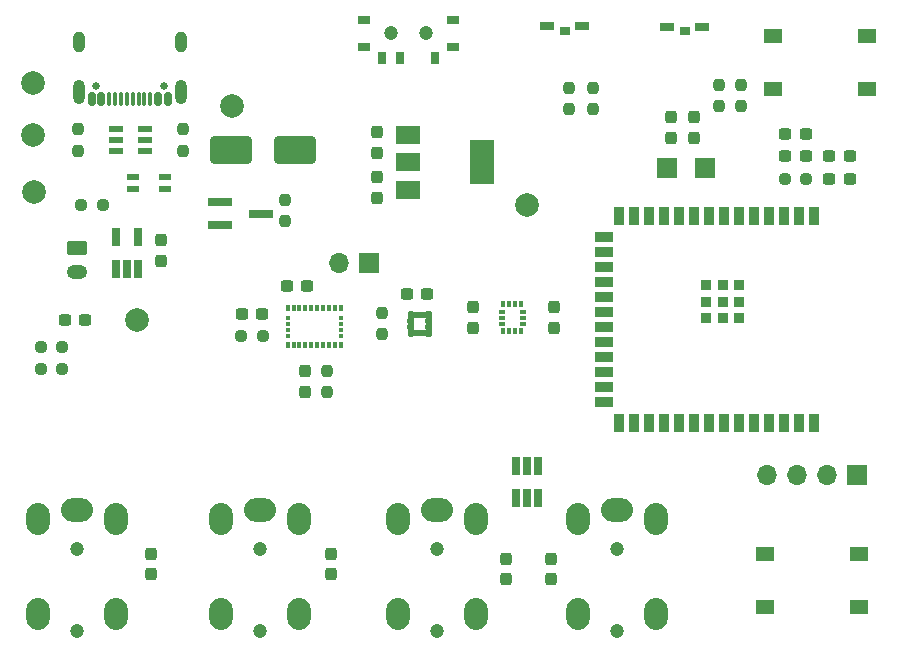
<source format=gbr>
%TF.GenerationSoftware,KiCad,Pcbnew,7.0.8*%
%TF.CreationDate,2024-03-17T18:00:07+01:00*%
%TF.ProjectId,HM_mainboard,484d5f6d-6169-46e6-926f-6172642e6b69,rev?*%
%TF.SameCoordinates,Original*%
%TF.FileFunction,Soldermask,Top*%
%TF.FilePolarity,Negative*%
%FSLAX46Y46*%
G04 Gerber Fmt 4.6, Leading zero omitted, Abs format (unit mm)*
G04 Created by KiCad (PCBNEW 7.0.8) date 2024-03-17 18:00:07*
%MOMM*%
%LPD*%
G01*
G04 APERTURE LIST*
G04 Aperture macros list*
%AMRoundRect*
0 Rectangle with rounded corners*
0 $1 Rounding radius*
0 $2 $3 $4 $5 $6 $7 $8 $9 X,Y pos of 4 corners*
0 Add a 4 corners polygon primitive as box body*
4,1,4,$2,$3,$4,$5,$6,$7,$8,$9,$2,$3,0*
0 Add four circle primitives for the rounded corners*
1,1,$1+$1,$2,$3*
1,1,$1+$1,$4,$5*
1,1,$1+$1,$6,$7*
1,1,$1+$1,$8,$9*
0 Add four rect primitives between the rounded corners*
20,1,$1+$1,$2,$3,$4,$5,0*
20,1,$1+$1,$4,$5,$6,$7,0*
20,1,$1+$1,$6,$7,$8,$9,0*
20,1,$1+$1,$8,$9,$2,$3,0*%
G04 Aperture macros list end*
%ADD10C,0.010000*%
%ADD11RoundRect,0.237500X0.237500X-0.300000X0.237500X0.300000X-0.237500X0.300000X-0.237500X-0.300000X0*%
%ADD12RoundRect,0.237500X-0.237500X0.250000X-0.237500X-0.250000X0.237500X-0.250000X0.237500X0.250000X0*%
%ADD13RoundRect,0.237500X0.237500X-0.250000X0.237500X0.250000X-0.237500X0.250000X-0.237500X-0.250000X0*%
%ADD14R,0.650000X1.560000*%
%ADD15C,1.200000*%
%ADD16O,2.700000X2.000000*%
%ADD17O,2.000000X2.700000*%
%ADD18R,0.304800X0.533400*%
%ADD19R,0.431800X0.304800*%
%ADD20RoundRect,0.237500X-0.237500X0.300000X-0.237500X-0.300000X0.237500X-0.300000X0.237500X0.300000X0*%
%ADD21RoundRect,0.250000X-0.625000X0.350000X-0.625000X-0.350000X0.625000X-0.350000X0.625000X0.350000X0*%
%ADD22O,1.750000X1.200000*%
%ADD23R,1.700000X1.700000*%
%ADD24O,1.700000X1.700000*%
%ADD25C,2.000000*%
%ADD26R,0.900000X1.500000*%
%ADD27R,1.500000X0.900000*%
%ADD28R,0.900000X0.900000*%
%ADD29R,1.750000X1.800000*%
%ADD30R,0.700000X1.000000*%
%ADD31R,1.000000X0.800000*%
%ADD32RoundRect,0.237500X-0.300000X-0.237500X0.300000X-0.237500X0.300000X0.237500X-0.300000X0.237500X0*%
%ADD33R,1.550000X1.300000*%
%ADD34R,1.150000X0.600000*%
%ADD35RoundRect,0.237500X-0.250000X-0.237500X0.250000X-0.237500X0.250000X0.237500X-0.250000X0.237500X0*%
%ADD36RoundRect,0.250000X-1.500000X-0.900000X1.500000X-0.900000X1.500000X0.900000X-1.500000X0.900000X0*%
%ADD37RoundRect,0.237500X0.300000X0.237500X-0.300000X0.237500X-0.300000X-0.237500X0.300000X-0.237500X0*%
%ADD38R,1.100000X0.600000*%
%ADD39C,0.650000*%
%ADD40RoundRect,0.150000X0.150000X0.425000X-0.150000X0.425000X-0.150000X-0.425000X0.150000X-0.425000X0*%
%ADD41RoundRect,0.075000X0.075000X0.500000X-0.075000X0.500000X-0.075000X-0.500000X0.075000X-0.500000X0*%
%ADD42O,1.000000X2.100000*%
%ADD43O,1.000000X1.800000*%
%ADD44R,2.000000X0.650000*%
%ADD45RoundRect,0.237500X0.250000X0.237500X-0.250000X0.237500X-0.250000X-0.237500X0.250000X-0.237500X0*%
%ADD46R,0.900000X0.700000*%
%ADD47R,1.200000X0.700000*%
%ADD48R,2.000000X1.500000*%
%ADD49R,2.000000X3.800000*%
%ADD50R,0.300000X0.600000*%
%ADD51R,0.600000X0.300000*%
G04 APERTURE END LIST*
%TO.C,U5*%
D10*
X155580000Y-98531000D02*
X155586000Y-98532000D01*
X155592000Y-98533000D01*
X155597000Y-98534000D01*
X155602000Y-98536000D01*
X155608000Y-98538000D01*
X155613000Y-98541000D01*
X155618000Y-98543000D01*
X155623000Y-98546000D01*
X155627000Y-98549000D01*
X155632000Y-98553000D01*
X155636000Y-98556000D01*
X155640000Y-98560000D01*
X155644000Y-98564000D01*
X155648000Y-98568000D01*
X155652000Y-98573000D01*
X155655000Y-98577000D01*
X155658000Y-98582000D01*
X155661000Y-98587000D01*
X155663000Y-98592000D01*
X155665000Y-98597000D01*
X155667000Y-98602000D01*
X155669000Y-98608000D01*
X155670000Y-98613000D01*
X155672000Y-98619000D01*
X155672000Y-98624000D01*
X155673000Y-98630000D01*
X155673000Y-98930000D01*
X155672000Y-98936000D01*
X155672000Y-98941000D01*
X155670000Y-98947000D01*
X155669000Y-98952000D01*
X155667000Y-98958000D01*
X155665000Y-98963000D01*
X155663000Y-98968000D01*
X155661000Y-98973000D01*
X155658000Y-98978000D01*
X155655000Y-98983000D01*
X155652000Y-98987000D01*
X155648000Y-98992000D01*
X155644000Y-98996000D01*
X155640000Y-99000000D01*
X155636000Y-99004000D01*
X155632000Y-99007000D01*
X155627000Y-99011000D01*
X155623000Y-99014000D01*
X155618000Y-99017000D01*
X155613000Y-99019000D01*
X155608000Y-99022000D01*
X155602000Y-99024000D01*
X155597000Y-99026000D01*
X155592000Y-99027000D01*
X155586000Y-99028000D01*
X155580000Y-99029000D01*
X155575000Y-99030000D01*
X155569000Y-99030000D01*
X155564000Y-99030000D01*
X155558000Y-99030000D01*
X155338000Y-99030000D01*
X155332000Y-99030000D01*
X155327000Y-99030000D01*
X155321000Y-99030000D01*
X155316000Y-99029000D01*
X155310000Y-99028000D01*
X155304000Y-99027000D01*
X155299000Y-99026000D01*
X155294000Y-99024000D01*
X155288000Y-99022000D01*
X155283000Y-99019000D01*
X155278000Y-99017000D01*
X155273000Y-99014000D01*
X155269000Y-99011000D01*
X155264000Y-99007000D01*
X155260000Y-99004000D01*
X155256000Y-99000000D01*
X155252000Y-98996000D01*
X155248000Y-98992000D01*
X155244000Y-98987000D01*
X155241000Y-98983000D01*
X155238000Y-98978000D01*
X155235000Y-98973000D01*
X155233000Y-98968000D01*
X155231000Y-98963000D01*
X155229000Y-98958000D01*
X155227000Y-98952000D01*
X155226000Y-98947000D01*
X155224000Y-98941000D01*
X155224000Y-98936000D01*
X155223000Y-98930000D01*
X155223000Y-98630000D01*
X155224000Y-98624000D01*
X155224000Y-98619000D01*
X155226000Y-98613000D01*
X155227000Y-98608000D01*
X155229000Y-98602000D01*
X155231000Y-98597000D01*
X155233000Y-98592000D01*
X155235000Y-98587000D01*
X155238000Y-98582000D01*
X155241000Y-98577000D01*
X155244000Y-98573000D01*
X155248000Y-98568000D01*
X155252000Y-98564000D01*
X155256000Y-98560000D01*
X155260000Y-98556000D01*
X155264000Y-98553000D01*
X155269000Y-98549000D01*
X155273000Y-98546000D01*
X155278000Y-98543000D01*
X155283000Y-98541000D01*
X155288000Y-98538000D01*
X155294000Y-98536000D01*
X155299000Y-98534000D01*
X155304000Y-98533000D01*
X155310000Y-98532000D01*
X155316000Y-98531000D01*
X155321000Y-98530000D01*
X155327000Y-98530000D01*
X155332000Y-98530000D01*
X155338000Y-98530000D01*
X155558000Y-98530000D01*
X155564000Y-98530000D01*
X155569000Y-98530000D01*
X155575000Y-98530000D01*
X155580000Y-98531000D01*
G36*
X155580000Y-98531000D02*
G01*
X155586000Y-98532000D01*
X155592000Y-98533000D01*
X155597000Y-98534000D01*
X155602000Y-98536000D01*
X155608000Y-98538000D01*
X155613000Y-98541000D01*
X155618000Y-98543000D01*
X155623000Y-98546000D01*
X155627000Y-98549000D01*
X155632000Y-98553000D01*
X155636000Y-98556000D01*
X155640000Y-98560000D01*
X155644000Y-98564000D01*
X155648000Y-98568000D01*
X155652000Y-98573000D01*
X155655000Y-98577000D01*
X155658000Y-98582000D01*
X155661000Y-98587000D01*
X155663000Y-98592000D01*
X155665000Y-98597000D01*
X155667000Y-98602000D01*
X155669000Y-98608000D01*
X155670000Y-98613000D01*
X155672000Y-98619000D01*
X155672000Y-98624000D01*
X155673000Y-98630000D01*
X155673000Y-98930000D01*
X155672000Y-98936000D01*
X155672000Y-98941000D01*
X155670000Y-98947000D01*
X155669000Y-98952000D01*
X155667000Y-98958000D01*
X155665000Y-98963000D01*
X155663000Y-98968000D01*
X155661000Y-98973000D01*
X155658000Y-98978000D01*
X155655000Y-98983000D01*
X155652000Y-98987000D01*
X155648000Y-98992000D01*
X155644000Y-98996000D01*
X155640000Y-99000000D01*
X155636000Y-99004000D01*
X155632000Y-99007000D01*
X155627000Y-99011000D01*
X155623000Y-99014000D01*
X155618000Y-99017000D01*
X155613000Y-99019000D01*
X155608000Y-99022000D01*
X155602000Y-99024000D01*
X155597000Y-99026000D01*
X155592000Y-99027000D01*
X155586000Y-99028000D01*
X155580000Y-99029000D01*
X155575000Y-99030000D01*
X155569000Y-99030000D01*
X155564000Y-99030000D01*
X155558000Y-99030000D01*
X155338000Y-99030000D01*
X155332000Y-99030000D01*
X155327000Y-99030000D01*
X155321000Y-99030000D01*
X155316000Y-99029000D01*
X155310000Y-99028000D01*
X155304000Y-99027000D01*
X155299000Y-99026000D01*
X155294000Y-99024000D01*
X155288000Y-99022000D01*
X155283000Y-99019000D01*
X155278000Y-99017000D01*
X155273000Y-99014000D01*
X155269000Y-99011000D01*
X155264000Y-99007000D01*
X155260000Y-99004000D01*
X155256000Y-99000000D01*
X155252000Y-98996000D01*
X155248000Y-98992000D01*
X155244000Y-98987000D01*
X155241000Y-98983000D01*
X155238000Y-98978000D01*
X155235000Y-98973000D01*
X155233000Y-98968000D01*
X155231000Y-98963000D01*
X155229000Y-98958000D01*
X155227000Y-98952000D01*
X155226000Y-98947000D01*
X155224000Y-98941000D01*
X155224000Y-98936000D01*
X155223000Y-98930000D01*
X155223000Y-98630000D01*
X155224000Y-98624000D01*
X155224000Y-98619000D01*
X155226000Y-98613000D01*
X155227000Y-98608000D01*
X155229000Y-98602000D01*
X155231000Y-98597000D01*
X155233000Y-98592000D01*
X155235000Y-98587000D01*
X155238000Y-98582000D01*
X155241000Y-98577000D01*
X155244000Y-98573000D01*
X155248000Y-98568000D01*
X155252000Y-98564000D01*
X155256000Y-98560000D01*
X155260000Y-98556000D01*
X155264000Y-98553000D01*
X155269000Y-98549000D01*
X155273000Y-98546000D01*
X155278000Y-98543000D01*
X155283000Y-98541000D01*
X155288000Y-98538000D01*
X155294000Y-98536000D01*
X155299000Y-98534000D01*
X155304000Y-98533000D01*
X155310000Y-98532000D01*
X155316000Y-98531000D01*
X155321000Y-98530000D01*
X155327000Y-98530000D01*
X155332000Y-98530000D01*
X155338000Y-98530000D01*
X155558000Y-98530000D01*
X155564000Y-98530000D01*
X155569000Y-98530000D01*
X155575000Y-98530000D01*
X155580000Y-98531000D01*
G37*
X154080000Y-98531000D02*
X154086000Y-98532000D01*
X154092000Y-98533000D01*
X154097000Y-98534000D01*
X154102000Y-98536000D01*
X154108000Y-98538000D01*
X154113000Y-98541000D01*
X154118000Y-98543000D01*
X154123000Y-98546000D01*
X154127000Y-98549000D01*
X154132000Y-98553000D01*
X154136000Y-98556000D01*
X154140000Y-98560000D01*
X154144000Y-98564000D01*
X154148000Y-98568000D01*
X154152000Y-98573000D01*
X154155000Y-98577000D01*
X154158000Y-98582000D01*
X154161000Y-98587000D01*
X154163000Y-98592000D01*
X154165000Y-98597000D01*
X154167000Y-98602000D01*
X154169000Y-98608000D01*
X154170000Y-98613000D01*
X154172000Y-98619000D01*
X154172000Y-98624000D01*
X154173000Y-98630000D01*
X154173000Y-98930000D01*
X154172000Y-98936000D01*
X154172000Y-98941000D01*
X154170000Y-98947000D01*
X154169000Y-98952000D01*
X154167000Y-98958000D01*
X154165000Y-98963000D01*
X154163000Y-98968000D01*
X154161000Y-98973000D01*
X154158000Y-98978000D01*
X154155000Y-98983000D01*
X154152000Y-98987000D01*
X154148000Y-98992000D01*
X154144000Y-98996000D01*
X154140000Y-99000000D01*
X154136000Y-99004000D01*
X154132000Y-99007000D01*
X154127000Y-99011000D01*
X154123000Y-99014000D01*
X154118000Y-99017000D01*
X154113000Y-99019000D01*
X154108000Y-99022000D01*
X154102000Y-99024000D01*
X154097000Y-99026000D01*
X154092000Y-99027000D01*
X154086000Y-99028000D01*
X154080000Y-99029000D01*
X154075000Y-99030000D01*
X154069000Y-99030000D01*
X154064000Y-99030000D01*
X154058000Y-99030000D01*
X153838000Y-99030000D01*
X153832000Y-99030000D01*
X153827000Y-99030000D01*
X153821000Y-99030000D01*
X153816000Y-99029000D01*
X153810000Y-99028000D01*
X153804000Y-99027000D01*
X153799000Y-99026000D01*
X153794000Y-99024000D01*
X153788000Y-99022000D01*
X153783000Y-99019000D01*
X153778000Y-99017000D01*
X153773000Y-99014000D01*
X153769000Y-99011000D01*
X153764000Y-99007000D01*
X153760000Y-99004000D01*
X153756000Y-99000000D01*
X153752000Y-98996000D01*
X153748000Y-98992000D01*
X153744000Y-98987000D01*
X153741000Y-98983000D01*
X153738000Y-98978000D01*
X153735000Y-98973000D01*
X153733000Y-98968000D01*
X153731000Y-98963000D01*
X153729000Y-98958000D01*
X153727000Y-98952000D01*
X153726000Y-98947000D01*
X153724000Y-98941000D01*
X153724000Y-98936000D01*
X153723000Y-98930000D01*
X153723000Y-98630000D01*
X153724000Y-98624000D01*
X153724000Y-98619000D01*
X153726000Y-98613000D01*
X153727000Y-98608000D01*
X153729000Y-98602000D01*
X153731000Y-98597000D01*
X153733000Y-98592000D01*
X153735000Y-98587000D01*
X153738000Y-98582000D01*
X153741000Y-98577000D01*
X153744000Y-98573000D01*
X153748000Y-98568000D01*
X153752000Y-98564000D01*
X153756000Y-98560000D01*
X153760000Y-98556000D01*
X153764000Y-98553000D01*
X153769000Y-98549000D01*
X153773000Y-98546000D01*
X153778000Y-98543000D01*
X153783000Y-98541000D01*
X153788000Y-98538000D01*
X153794000Y-98536000D01*
X153799000Y-98534000D01*
X153804000Y-98533000D01*
X153810000Y-98532000D01*
X153816000Y-98531000D01*
X153821000Y-98530000D01*
X153827000Y-98530000D01*
X153832000Y-98530000D01*
X153838000Y-98530000D01*
X154058000Y-98530000D01*
X154064000Y-98530000D01*
X154069000Y-98530000D01*
X154075000Y-98530000D01*
X154080000Y-98531000D01*
G36*
X154080000Y-98531000D02*
G01*
X154086000Y-98532000D01*
X154092000Y-98533000D01*
X154097000Y-98534000D01*
X154102000Y-98536000D01*
X154108000Y-98538000D01*
X154113000Y-98541000D01*
X154118000Y-98543000D01*
X154123000Y-98546000D01*
X154127000Y-98549000D01*
X154132000Y-98553000D01*
X154136000Y-98556000D01*
X154140000Y-98560000D01*
X154144000Y-98564000D01*
X154148000Y-98568000D01*
X154152000Y-98573000D01*
X154155000Y-98577000D01*
X154158000Y-98582000D01*
X154161000Y-98587000D01*
X154163000Y-98592000D01*
X154165000Y-98597000D01*
X154167000Y-98602000D01*
X154169000Y-98608000D01*
X154170000Y-98613000D01*
X154172000Y-98619000D01*
X154172000Y-98624000D01*
X154173000Y-98630000D01*
X154173000Y-98930000D01*
X154172000Y-98936000D01*
X154172000Y-98941000D01*
X154170000Y-98947000D01*
X154169000Y-98952000D01*
X154167000Y-98958000D01*
X154165000Y-98963000D01*
X154163000Y-98968000D01*
X154161000Y-98973000D01*
X154158000Y-98978000D01*
X154155000Y-98983000D01*
X154152000Y-98987000D01*
X154148000Y-98992000D01*
X154144000Y-98996000D01*
X154140000Y-99000000D01*
X154136000Y-99004000D01*
X154132000Y-99007000D01*
X154127000Y-99011000D01*
X154123000Y-99014000D01*
X154118000Y-99017000D01*
X154113000Y-99019000D01*
X154108000Y-99022000D01*
X154102000Y-99024000D01*
X154097000Y-99026000D01*
X154092000Y-99027000D01*
X154086000Y-99028000D01*
X154080000Y-99029000D01*
X154075000Y-99030000D01*
X154069000Y-99030000D01*
X154064000Y-99030000D01*
X154058000Y-99030000D01*
X153838000Y-99030000D01*
X153832000Y-99030000D01*
X153827000Y-99030000D01*
X153821000Y-99030000D01*
X153816000Y-99029000D01*
X153810000Y-99028000D01*
X153804000Y-99027000D01*
X153799000Y-99026000D01*
X153794000Y-99024000D01*
X153788000Y-99022000D01*
X153783000Y-99019000D01*
X153778000Y-99017000D01*
X153773000Y-99014000D01*
X153769000Y-99011000D01*
X153764000Y-99007000D01*
X153760000Y-99004000D01*
X153756000Y-99000000D01*
X153752000Y-98996000D01*
X153748000Y-98992000D01*
X153744000Y-98987000D01*
X153741000Y-98983000D01*
X153738000Y-98978000D01*
X153735000Y-98973000D01*
X153733000Y-98968000D01*
X153731000Y-98963000D01*
X153729000Y-98958000D01*
X153727000Y-98952000D01*
X153726000Y-98947000D01*
X153724000Y-98941000D01*
X153724000Y-98936000D01*
X153723000Y-98930000D01*
X153723000Y-98630000D01*
X153724000Y-98624000D01*
X153724000Y-98619000D01*
X153726000Y-98613000D01*
X153727000Y-98608000D01*
X153729000Y-98602000D01*
X153731000Y-98597000D01*
X153733000Y-98592000D01*
X153735000Y-98587000D01*
X153738000Y-98582000D01*
X153741000Y-98577000D01*
X153744000Y-98573000D01*
X153748000Y-98568000D01*
X153752000Y-98564000D01*
X153756000Y-98560000D01*
X153760000Y-98556000D01*
X153764000Y-98553000D01*
X153769000Y-98549000D01*
X153773000Y-98546000D01*
X153778000Y-98543000D01*
X153783000Y-98541000D01*
X153788000Y-98538000D01*
X153794000Y-98536000D01*
X153799000Y-98534000D01*
X153804000Y-98533000D01*
X153810000Y-98532000D01*
X153816000Y-98531000D01*
X153821000Y-98530000D01*
X153827000Y-98530000D01*
X153832000Y-98530000D01*
X153838000Y-98530000D01*
X154058000Y-98530000D01*
X154064000Y-98530000D01*
X154069000Y-98530000D01*
X154075000Y-98530000D01*
X154080000Y-98531000D01*
G37*
X155080000Y-98541000D02*
X155086000Y-98542000D01*
X155092000Y-98543000D01*
X155097000Y-98544000D01*
X155102000Y-98546000D01*
X155108000Y-98548000D01*
X155113000Y-98551000D01*
X155118000Y-98553000D01*
X155123000Y-98556000D01*
X155127000Y-98559000D01*
X155132000Y-98563000D01*
X155136000Y-98566000D01*
X155140000Y-98570000D01*
X155144000Y-98574000D01*
X155148000Y-98578000D01*
X155152000Y-98583000D01*
X155155000Y-98587000D01*
X155158000Y-98592000D01*
X155161000Y-98597000D01*
X155163000Y-98602000D01*
X155165000Y-98607000D01*
X155167000Y-98612000D01*
X155169000Y-98618000D01*
X155170000Y-98623000D01*
X155172000Y-98629000D01*
X155172000Y-98634000D01*
X155173000Y-98640000D01*
X155173000Y-98940000D01*
X155172000Y-98946000D01*
X155172000Y-98951000D01*
X155170000Y-98957000D01*
X155169000Y-98962000D01*
X155167000Y-98968000D01*
X155165000Y-98973000D01*
X155163000Y-98978000D01*
X155161000Y-98983000D01*
X155158000Y-98988000D01*
X155155000Y-98993000D01*
X155152000Y-98997000D01*
X155148000Y-99002000D01*
X155144000Y-99006000D01*
X155140000Y-99010000D01*
X155136000Y-99014000D01*
X155132000Y-99017000D01*
X155127000Y-99021000D01*
X155123000Y-99024000D01*
X155118000Y-99027000D01*
X155113000Y-99029000D01*
X155108000Y-99032000D01*
X155102000Y-99034000D01*
X155097000Y-99036000D01*
X155092000Y-99037000D01*
X155086000Y-99038000D01*
X155080000Y-99039000D01*
X155075000Y-99040000D01*
X155069000Y-99040000D01*
X155064000Y-99040000D01*
X155058000Y-99040000D01*
X154838000Y-99040000D01*
X154832000Y-99040000D01*
X154827000Y-99040000D01*
X154821000Y-99040000D01*
X154816000Y-99039000D01*
X154810000Y-99038000D01*
X154804000Y-99037000D01*
X154799000Y-99036000D01*
X154794000Y-99034000D01*
X154788000Y-99032000D01*
X154783000Y-99029000D01*
X154778000Y-99027000D01*
X154773000Y-99024000D01*
X154769000Y-99021000D01*
X154764000Y-99017000D01*
X154760000Y-99014000D01*
X154756000Y-99010000D01*
X154752000Y-99006000D01*
X154748000Y-99002000D01*
X154744000Y-98997000D01*
X154741000Y-98993000D01*
X154738000Y-98988000D01*
X154735000Y-98983000D01*
X154733000Y-98978000D01*
X154731000Y-98973000D01*
X154729000Y-98968000D01*
X154727000Y-98962000D01*
X154726000Y-98957000D01*
X154724000Y-98951000D01*
X154724000Y-98946000D01*
X154723000Y-98940000D01*
X154723000Y-98640000D01*
X154724000Y-98634000D01*
X154724000Y-98629000D01*
X154726000Y-98623000D01*
X154727000Y-98618000D01*
X154729000Y-98612000D01*
X154731000Y-98607000D01*
X154733000Y-98602000D01*
X154735000Y-98597000D01*
X154738000Y-98592000D01*
X154741000Y-98587000D01*
X154744000Y-98583000D01*
X154748000Y-98578000D01*
X154752000Y-98574000D01*
X154756000Y-98570000D01*
X154760000Y-98566000D01*
X154764000Y-98563000D01*
X154769000Y-98559000D01*
X154773000Y-98556000D01*
X154778000Y-98553000D01*
X154783000Y-98551000D01*
X154788000Y-98548000D01*
X154794000Y-98546000D01*
X154799000Y-98544000D01*
X154804000Y-98543000D01*
X154810000Y-98542000D01*
X154816000Y-98541000D01*
X154821000Y-98540000D01*
X154827000Y-98540000D01*
X154832000Y-98540000D01*
X154838000Y-98540000D01*
X155058000Y-98540000D01*
X155064000Y-98540000D01*
X155069000Y-98540000D01*
X155075000Y-98540000D01*
X155080000Y-98541000D01*
G36*
X155080000Y-98541000D02*
G01*
X155086000Y-98542000D01*
X155092000Y-98543000D01*
X155097000Y-98544000D01*
X155102000Y-98546000D01*
X155108000Y-98548000D01*
X155113000Y-98551000D01*
X155118000Y-98553000D01*
X155123000Y-98556000D01*
X155127000Y-98559000D01*
X155132000Y-98563000D01*
X155136000Y-98566000D01*
X155140000Y-98570000D01*
X155144000Y-98574000D01*
X155148000Y-98578000D01*
X155152000Y-98583000D01*
X155155000Y-98587000D01*
X155158000Y-98592000D01*
X155161000Y-98597000D01*
X155163000Y-98602000D01*
X155165000Y-98607000D01*
X155167000Y-98612000D01*
X155169000Y-98618000D01*
X155170000Y-98623000D01*
X155172000Y-98629000D01*
X155172000Y-98634000D01*
X155173000Y-98640000D01*
X155173000Y-98940000D01*
X155172000Y-98946000D01*
X155172000Y-98951000D01*
X155170000Y-98957000D01*
X155169000Y-98962000D01*
X155167000Y-98968000D01*
X155165000Y-98973000D01*
X155163000Y-98978000D01*
X155161000Y-98983000D01*
X155158000Y-98988000D01*
X155155000Y-98993000D01*
X155152000Y-98997000D01*
X155148000Y-99002000D01*
X155144000Y-99006000D01*
X155140000Y-99010000D01*
X155136000Y-99014000D01*
X155132000Y-99017000D01*
X155127000Y-99021000D01*
X155123000Y-99024000D01*
X155118000Y-99027000D01*
X155113000Y-99029000D01*
X155108000Y-99032000D01*
X155102000Y-99034000D01*
X155097000Y-99036000D01*
X155092000Y-99037000D01*
X155086000Y-99038000D01*
X155080000Y-99039000D01*
X155075000Y-99040000D01*
X155069000Y-99040000D01*
X155064000Y-99040000D01*
X155058000Y-99040000D01*
X154838000Y-99040000D01*
X154832000Y-99040000D01*
X154827000Y-99040000D01*
X154821000Y-99040000D01*
X154816000Y-99039000D01*
X154810000Y-99038000D01*
X154804000Y-99037000D01*
X154799000Y-99036000D01*
X154794000Y-99034000D01*
X154788000Y-99032000D01*
X154783000Y-99029000D01*
X154778000Y-99027000D01*
X154773000Y-99024000D01*
X154769000Y-99021000D01*
X154764000Y-99017000D01*
X154760000Y-99014000D01*
X154756000Y-99010000D01*
X154752000Y-99006000D01*
X154748000Y-99002000D01*
X154744000Y-98997000D01*
X154741000Y-98993000D01*
X154738000Y-98988000D01*
X154735000Y-98983000D01*
X154733000Y-98978000D01*
X154731000Y-98973000D01*
X154729000Y-98968000D01*
X154727000Y-98962000D01*
X154726000Y-98957000D01*
X154724000Y-98951000D01*
X154724000Y-98946000D01*
X154723000Y-98940000D01*
X154723000Y-98640000D01*
X154724000Y-98634000D01*
X154724000Y-98629000D01*
X154726000Y-98623000D01*
X154727000Y-98618000D01*
X154729000Y-98612000D01*
X154731000Y-98607000D01*
X154733000Y-98602000D01*
X154735000Y-98597000D01*
X154738000Y-98592000D01*
X154741000Y-98587000D01*
X154744000Y-98583000D01*
X154748000Y-98578000D01*
X154752000Y-98574000D01*
X154756000Y-98570000D01*
X154760000Y-98566000D01*
X154764000Y-98563000D01*
X154769000Y-98559000D01*
X154773000Y-98556000D01*
X154778000Y-98553000D01*
X154783000Y-98551000D01*
X154788000Y-98548000D01*
X154794000Y-98546000D01*
X154799000Y-98544000D01*
X154804000Y-98543000D01*
X154810000Y-98542000D01*
X154816000Y-98541000D01*
X154821000Y-98540000D01*
X154827000Y-98540000D01*
X154832000Y-98540000D01*
X154838000Y-98540000D01*
X155058000Y-98540000D01*
X155064000Y-98540000D01*
X155069000Y-98540000D01*
X155075000Y-98540000D01*
X155080000Y-98541000D01*
G37*
X154580000Y-98541000D02*
X154586000Y-98542000D01*
X154592000Y-98543000D01*
X154597000Y-98544000D01*
X154602000Y-98546000D01*
X154608000Y-98548000D01*
X154613000Y-98551000D01*
X154618000Y-98553000D01*
X154623000Y-98556000D01*
X154627000Y-98559000D01*
X154632000Y-98563000D01*
X154636000Y-98566000D01*
X154640000Y-98570000D01*
X154644000Y-98574000D01*
X154648000Y-98578000D01*
X154652000Y-98583000D01*
X154655000Y-98587000D01*
X154658000Y-98592000D01*
X154661000Y-98597000D01*
X154663000Y-98602000D01*
X154665000Y-98607000D01*
X154667000Y-98612000D01*
X154669000Y-98618000D01*
X154670000Y-98623000D01*
X154672000Y-98629000D01*
X154672000Y-98634000D01*
X154673000Y-98640000D01*
X154673000Y-98940000D01*
X154672000Y-98946000D01*
X154672000Y-98951000D01*
X154670000Y-98957000D01*
X154669000Y-98962000D01*
X154667000Y-98968000D01*
X154665000Y-98973000D01*
X154663000Y-98978000D01*
X154661000Y-98983000D01*
X154658000Y-98988000D01*
X154655000Y-98993000D01*
X154652000Y-98997000D01*
X154648000Y-99002000D01*
X154644000Y-99006000D01*
X154640000Y-99010000D01*
X154636000Y-99014000D01*
X154632000Y-99017000D01*
X154627000Y-99021000D01*
X154623000Y-99024000D01*
X154618000Y-99027000D01*
X154613000Y-99029000D01*
X154608000Y-99032000D01*
X154602000Y-99034000D01*
X154597000Y-99036000D01*
X154592000Y-99037000D01*
X154586000Y-99038000D01*
X154580000Y-99039000D01*
X154575000Y-99040000D01*
X154569000Y-99040000D01*
X154564000Y-99040000D01*
X154558000Y-99040000D01*
X154338000Y-99040000D01*
X154332000Y-99040000D01*
X154327000Y-99040000D01*
X154321000Y-99040000D01*
X154316000Y-99039000D01*
X154310000Y-99038000D01*
X154304000Y-99037000D01*
X154299000Y-99036000D01*
X154294000Y-99034000D01*
X154288000Y-99032000D01*
X154283000Y-99029000D01*
X154278000Y-99027000D01*
X154273000Y-99024000D01*
X154269000Y-99021000D01*
X154264000Y-99017000D01*
X154260000Y-99014000D01*
X154256000Y-99010000D01*
X154252000Y-99006000D01*
X154248000Y-99002000D01*
X154244000Y-98997000D01*
X154241000Y-98993000D01*
X154238000Y-98988000D01*
X154235000Y-98983000D01*
X154233000Y-98978000D01*
X154231000Y-98973000D01*
X154229000Y-98968000D01*
X154227000Y-98962000D01*
X154226000Y-98957000D01*
X154224000Y-98951000D01*
X154224000Y-98946000D01*
X154223000Y-98940000D01*
X154223000Y-98640000D01*
X154224000Y-98634000D01*
X154224000Y-98629000D01*
X154226000Y-98623000D01*
X154227000Y-98618000D01*
X154229000Y-98612000D01*
X154231000Y-98607000D01*
X154233000Y-98602000D01*
X154235000Y-98597000D01*
X154238000Y-98592000D01*
X154241000Y-98587000D01*
X154244000Y-98583000D01*
X154248000Y-98578000D01*
X154252000Y-98574000D01*
X154256000Y-98570000D01*
X154260000Y-98566000D01*
X154264000Y-98563000D01*
X154269000Y-98559000D01*
X154273000Y-98556000D01*
X154278000Y-98553000D01*
X154283000Y-98551000D01*
X154288000Y-98548000D01*
X154294000Y-98546000D01*
X154299000Y-98544000D01*
X154304000Y-98543000D01*
X154310000Y-98542000D01*
X154316000Y-98541000D01*
X154321000Y-98540000D01*
X154327000Y-98540000D01*
X154332000Y-98540000D01*
X154338000Y-98540000D01*
X154558000Y-98540000D01*
X154564000Y-98540000D01*
X154569000Y-98540000D01*
X154575000Y-98540000D01*
X154580000Y-98541000D01*
G36*
X154580000Y-98541000D02*
G01*
X154586000Y-98542000D01*
X154592000Y-98543000D01*
X154597000Y-98544000D01*
X154602000Y-98546000D01*
X154608000Y-98548000D01*
X154613000Y-98551000D01*
X154618000Y-98553000D01*
X154623000Y-98556000D01*
X154627000Y-98559000D01*
X154632000Y-98563000D01*
X154636000Y-98566000D01*
X154640000Y-98570000D01*
X154644000Y-98574000D01*
X154648000Y-98578000D01*
X154652000Y-98583000D01*
X154655000Y-98587000D01*
X154658000Y-98592000D01*
X154661000Y-98597000D01*
X154663000Y-98602000D01*
X154665000Y-98607000D01*
X154667000Y-98612000D01*
X154669000Y-98618000D01*
X154670000Y-98623000D01*
X154672000Y-98629000D01*
X154672000Y-98634000D01*
X154673000Y-98640000D01*
X154673000Y-98940000D01*
X154672000Y-98946000D01*
X154672000Y-98951000D01*
X154670000Y-98957000D01*
X154669000Y-98962000D01*
X154667000Y-98968000D01*
X154665000Y-98973000D01*
X154663000Y-98978000D01*
X154661000Y-98983000D01*
X154658000Y-98988000D01*
X154655000Y-98993000D01*
X154652000Y-98997000D01*
X154648000Y-99002000D01*
X154644000Y-99006000D01*
X154640000Y-99010000D01*
X154636000Y-99014000D01*
X154632000Y-99017000D01*
X154627000Y-99021000D01*
X154623000Y-99024000D01*
X154618000Y-99027000D01*
X154613000Y-99029000D01*
X154608000Y-99032000D01*
X154602000Y-99034000D01*
X154597000Y-99036000D01*
X154592000Y-99037000D01*
X154586000Y-99038000D01*
X154580000Y-99039000D01*
X154575000Y-99040000D01*
X154569000Y-99040000D01*
X154564000Y-99040000D01*
X154558000Y-99040000D01*
X154338000Y-99040000D01*
X154332000Y-99040000D01*
X154327000Y-99040000D01*
X154321000Y-99040000D01*
X154316000Y-99039000D01*
X154310000Y-99038000D01*
X154304000Y-99037000D01*
X154299000Y-99036000D01*
X154294000Y-99034000D01*
X154288000Y-99032000D01*
X154283000Y-99029000D01*
X154278000Y-99027000D01*
X154273000Y-99024000D01*
X154269000Y-99021000D01*
X154264000Y-99017000D01*
X154260000Y-99014000D01*
X154256000Y-99010000D01*
X154252000Y-99006000D01*
X154248000Y-99002000D01*
X154244000Y-98997000D01*
X154241000Y-98993000D01*
X154238000Y-98988000D01*
X154235000Y-98983000D01*
X154233000Y-98978000D01*
X154231000Y-98973000D01*
X154229000Y-98968000D01*
X154227000Y-98962000D01*
X154226000Y-98957000D01*
X154224000Y-98951000D01*
X154224000Y-98946000D01*
X154223000Y-98940000D01*
X154223000Y-98640000D01*
X154224000Y-98634000D01*
X154224000Y-98629000D01*
X154226000Y-98623000D01*
X154227000Y-98618000D01*
X154229000Y-98612000D01*
X154231000Y-98607000D01*
X154233000Y-98602000D01*
X154235000Y-98597000D01*
X154238000Y-98592000D01*
X154241000Y-98587000D01*
X154244000Y-98583000D01*
X154248000Y-98578000D01*
X154252000Y-98574000D01*
X154256000Y-98570000D01*
X154260000Y-98566000D01*
X154264000Y-98563000D01*
X154269000Y-98559000D01*
X154273000Y-98556000D01*
X154278000Y-98553000D01*
X154283000Y-98551000D01*
X154288000Y-98548000D01*
X154294000Y-98546000D01*
X154299000Y-98544000D01*
X154304000Y-98543000D01*
X154310000Y-98542000D01*
X154316000Y-98541000D01*
X154321000Y-98540000D01*
X154327000Y-98540000D01*
X154332000Y-98540000D01*
X154338000Y-98540000D01*
X154558000Y-98540000D01*
X154564000Y-98540000D01*
X154569000Y-98540000D01*
X154575000Y-98540000D01*
X154580000Y-98541000D01*
G37*
X155619000Y-99081000D02*
X155624000Y-99081000D01*
X155630000Y-99083000D01*
X155635000Y-99084000D01*
X155641000Y-99086000D01*
X155646000Y-99088000D01*
X155651000Y-99090000D01*
X155656000Y-99092000D01*
X155661000Y-99095000D01*
X155666000Y-99098000D01*
X155670000Y-99101000D01*
X155675000Y-99105000D01*
X155679000Y-99109000D01*
X155683000Y-99113000D01*
X155687000Y-99117000D01*
X155690000Y-99121000D01*
X155694000Y-99126000D01*
X155697000Y-99130000D01*
X155700000Y-99135000D01*
X155702000Y-99140000D01*
X155705000Y-99145000D01*
X155707000Y-99151000D01*
X155709000Y-99156000D01*
X155710000Y-99161000D01*
X155711000Y-99167000D01*
X155712000Y-99173000D01*
X155713000Y-99178000D01*
X155713000Y-99184000D01*
X155713000Y-99189000D01*
X155713000Y-99195000D01*
X155713000Y-99415000D01*
X155713000Y-99421000D01*
X155713000Y-99426000D01*
X155713000Y-99432000D01*
X155712000Y-99437000D01*
X155711000Y-99443000D01*
X155710000Y-99449000D01*
X155709000Y-99454000D01*
X155707000Y-99459000D01*
X155705000Y-99465000D01*
X155702000Y-99470000D01*
X155700000Y-99475000D01*
X155697000Y-99480000D01*
X155694000Y-99484000D01*
X155690000Y-99489000D01*
X155687000Y-99493000D01*
X155683000Y-99497000D01*
X155679000Y-99501000D01*
X155675000Y-99505000D01*
X155670000Y-99509000D01*
X155666000Y-99512000D01*
X155661000Y-99515000D01*
X155656000Y-99518000D01*
X155651000Y-99520000D01*
X155646000Y-99522000D01*
X155641000Y-99524000D01*
X155635000Y-99526000D01*
X155630000Y-99527000D01*
X155624000Y-99529000D01*
X155619000Y-99529000D01*
X155613000Y-99530000D01*
X155313000Y-99530000D01*
X155307000Y-99529000D01*
X155302000Y-99529000D01*
X155296000Y-99527000D01*
X155291000Y-99526000D01*
X155285000Y-99524000D01*
X155280000Y-99522000D01*
X155275000Y-99520000D01*
X155270000Y-99518000D01*
X155265000Y-99515000D01*
X155260000Y-99512000D01*
X155256000Y-99509000D01*
X155251000Y-99505000D01*
X155247000Y-99501000D01*
X155243000Y-99497000D01*
X155239000Y-99493000D01*
X155236000Y-99489000D01*
X155232000Y-99484000D01*
X155229000Y-99480000D01*
X155226000Y-99475000D01*
X155224000Y-99470000D01*
X155221000Y-99465000D01*
X155219000Y-99459000D01*
X155217000Y-99454000D01*
X155216000Y-99449000D01*
X155215000Y-99443000D01*
X155214000Y-99437000D01*
X155213000Y-99432000D01*
X155213000Y-99426000D01*
X155213000Y-99421000D01*
X155213000Y-99415000D01*
X155213000Y-99195000D01*
X155213000Y-99189000D01*
X155213000Y-99184000D01*
X155213000Y-99178000D01*
X155214000Y-99173000D01*
X155215000Y-99167000D01*
X155216000Y-99161000D01*
X155217000Y-99156000D01*
X155219000Y-99151000D01*
X155221000Y-99145000D01*
X155224000Y-99140000D01*
X155226000Y-99135000D01*
X155229000Y-99130000D01*
X155232000Y-99126000D01*
X155236000Y-99121000D01*
X155239000Y-99117000D01*
X155243000Y-99113000D01*
X155247000Y-99109000D01*
X155251000Y-99105000D01*
X155256000Y-99101000D01*
X155260000Y-99098000D01*
X155265000Y-99095000D01*
X155270000Y-99092000D01*
X155275000Y-99090000D01*
X155280000Y-99088000D01*
X155285000Y-99086000D01*
X155291000Y-99084000D01*
X155296000Y-99083000D01*
X155302000Y-99081000D01*
X155307000Y-99081000D01*
X155313000Y-99080000D01*
X155613000Y-99080000D01*
X155619000Y-99081000D01*
G36*
X155619000Y-99081000D02*
G01*
X155624000Y-99081000D01*
X155630000Y-99083000D01*
X155635000Y-99084000D01*
X155641000Y-99086000D01*
X155646000Y-99088000D01*
X155651000Y-99090000D01*
X155656000Y-99092000D01*
X155661000Y-99095000D01*
X155666000Y-99098000D01*
X155670000Y-99101000D01*
X155675000Y-99105000D01*
X155679000Y-99109000D01*
X155683000Y-99113000D01*
X155687000Y-99117000D01*
X155690000Y-99121000D01*
X155694000Y-99126000D01*
X155697000Y-99130000D01*
X155700000Y-99135000D01*
X155702000Y-99140000D01*
X155705000Y-99145000D01*
X155707000Y-99151000D01*
X155709000Y-99156000D01*
X155710000Y-99161000D01*
X155711000Y-99167000D01*
X155712000Y-99173000D01*
X155713000Y-99178000D01*
X155713000Y-99184000D01*
X155713000Y-99189000D01*
X155713000Y-99195000D01*
X155713000Y-99415000D01*
X155713000Y-99421000D01*
X155713000Y-99426000D01*
X155713000Y-99432000D01*
X155712000Y-99437000D01*
X155711000Y-99443000D01*
X155710000Y-99449000D01*
X155709000Y-99454000D01*
X155707000Y-99459000D01*
X155705000Y-99465000D01*
X155702000Y-99470000D01*
X155700000Y-99475000D01*
X155697000Y-99480000D01*
X155694000Y-99484000D01*
X155690000Y-99489000D01*
X155687000Y-99493000D01*
X155683000Y-99497000D01*
X155679000Y-99501000D01*
X155675000Y-99505000D01*
X155670000Y-99509000D01*
X155666000Y-99512000D01*
X155661000Y-99515000D01*
X155656000Y-99518000D01*
X155651000Y-99520000D01*
X155646000Y-99522000D01*
X155641000Y-99524000D01*
X155635000Y-99526000D01*
X155630000Y-99527000D01*
X155624000Y-99529000D01*
X155619000Y-99529000D01*
X155613000Y-99530000D01*
X155313000Y-99530000D01*
X155307000Y-99529000D01*
X155302000Y-99529000D01*
X155296000Y-99527000D01*
X155291000Y-99526000D01*
X155285000Y-99524000D01*
X155280000Y-99522000D01*
X155275000Y-99520000D01*
X155270000Y-99518000D01*
X155265000Y-99515000D01*
X155260000Y-99512000D01*
X155256000Y-99509000D01*
X155251000Y-99505000D01*
X155247000Y-99501000D01*
X155243000Y-99497000D01*
X155239000Y-99493000D01*
X155236000Y-99489000D01*
X155232000Y-99484000D01*
X155229000Y-99480000D01*
X155226000Y-99475000D01*
X155224000Y-99470000D01*
X155221000Y-99465000D01*
X155219000Y-99459000D01*
X155217000Y-99454000D01*
X155216000Y-99449000D01*
X155215000Y-99443000D01*
X155214000Y-99437000D01*
X155213000Y-99432000D01*
X155213000Y-99426000D01*
X155213000Y-99421000D01*
X155213000Y-99415000D01*
X155213000Y-99195000D01*
X155213000Y-99189000D01*
X155213000Y-99184000D01*
X155213000Y-99178000D01*
X155214000Y-99173000D01*
X155215000Y-99167000D01*
X155216000Y-99161000D01*
X155217000Y-99156000D01*
X155219000Y-99151000D01*
X155221000Y-99145000D01*
X155224000Y-99140000D01*
X155226000Y-99135000D01*
X155229000Y-99130000D01*
X155232000Y-99126000D01*
X155236000Y-99121000D01*
X155239000Y-99117000D01*
X155243000Y-99113000D01*
X155247000Y-99109000D01*
X155251000Y-99105000D01*
X155256000Y-99101000D01*
X155260000Y-99098000D01*
X155265000Y-99095000D01*
X155270000Y-99092000D01*
X155275000Y-99090000D01*
X155280000Y-99088000D01*
X155285000Y-99086000D01*
X155291000Y-99084000D01*
X155296000Y-99083000D01*
X155302000Y-99081000D01*
X155307000Y-99081000D01*
X155313000Y-99080000D01*
X155613000Y-99080000D01*
X155619000Y-99081000D01*
G37*
X154089000Y-99081000D02*
X154094000Y-99081000D01*
X154100000Y-99083000D01*
X154105000Y-99084000D01*
X154111000Y-99086000D01*
X154116000Y-99088000D01*
X154121000Y-99090000D01*
X154126000Y-99092000D01*
X154131000Y-99095000D01*
X154136000Y-99098000D01*
X154140000Y-99101000D01*
X154145000Y-99105000D01*
X154149000Y-99109000D01*
X154153000Y-99113000D01*
X154157000Y-99117000D01*
X154160000Y-99121000D01*
X154164000Y-99126000D01*
X154167000Y-99130000D01*
X154170000Y-99135000D01*
X154172000Y-99140000D01*
X154175000Y-99145000D01*
X154177000Y-99151000D01*
X154179000Y-99156000D01*
X154180000Y-99161000D01*
X154181000Y-99167000D01*
X154182000Y-99173000D01*
X154183000Y-99178000D01*
X154183000Y-99184000D01*
X154183000Y-99189000D01*
X154183000Y-99195000D01*
X154183000Y-99415000D01*
X154183000Y-99421000D01*
X154183000Y-99426000D01*
X154183000Y-99432000D01*
X154182000Y-99437000D01*
X154181000Y-99443000D01*
X154180000Y-99449000D01*
X154179000Y-99454000D01*
X154177000Y-99459000D01*
X154175000Y-99465000D01*
X154172000Y-99470000D01*
X154170000Y-99475000D01*
X154167000Y-99480000D01*
X154164000Y-99484000D01*
X154160000Y-99489000D01*
X154157000Y-99493000D01*
X154153000Y-99497000D01*
X154149000Y-99501000D01*
X154145000Y-99505000D01*
X154140000Y-99509000D01*
X154136000Y-99512000D01*
X154131000Y-99515000D01*
X154126000Y-99518000D01*
X154121000Y-99520000D01*
X154116000Y-99522000D01*
X154111000Y-99524000D01*
X154105000Y-99526000D01*
X154100000Y-99527000D01*
X154094000Y-99529000D01*
X154089000Y-99529000D01*
X154083000Y-99530000D01*
X153783000Y-99530000D01*
X153777000Y-99529000D01*
X153772000Y-99529000D01*
X153766000Y-99527000D01*
X153761000Y-99526000D01*
X153755000Y-99524000D01*
X153750000Y-99522000D01*
X153745000Y-99520000D01*
X153740000Y-99518000D01*
X153735000Y-99515000D01*
X153730000Y-99512000D01*
X153726000Y-99509000D01*
X153721000Y-99505000D01*
X153717000Y-99501000D01*
X153713000Y-99497000D01*
X153709000Y-99493000D01*
X153706000Y-99489000D01*
X153702000Y-99484000D01*
X153699000Y-99480000D01*
X153696000Y-99475000D01*
X153694000Y-99470000D01*
X153691000Y-99465000D01*
X153689000Y-99459000D01*
X153687000Y-99454000D01*
X153686000Y-99449000D01*
X153685000Y-99443000D01*
X153684000Y-99437000D01*
X153683000Y-99432000D01*
X153683000Y-99426000D01*
X153683000Y-99421000D01*
X153683000Y-99415000D01*
X153683000Y-99195000D01*
X153683000Y-99189000D01*
X153683000Y-99184000D01*
X153683000Y-99178000D01*
X153684000Y-99173000D01*
X153685000Y-99167000D01*
X153686000Y-99161000D01*
X153687000Y-99156000D01*
X153689000Y-99151000D01*
X153691000Y-99145000D01*
X153694000Y-99140000D01*
X153696000Y-99135000D01*
X153699000Y-99130000D01*
X153702000Y-99126000D01*
X153706000Y-99121000D01*
X153709000Y-99117000D01*
X153713000Y-99113000D01*
X153717000Y-99109000D01*
X153721000Y-99105000D01*
X153726000Y-99101000D01*
X153730000Y-99098000D01*
X153735000Y-99095000D01*
X153740000Y-99092000D01*
X153745000Y-99090000D01*
X153750000Y-99088000D01*
X153755000Y-99086000D01*
X153761000Y-99084000D01*
X153766000Y-99083000D01*
X153772000Y-99081000D01*
X153777000Y-99081000D01*
X153783000Y-99080000D01*
X154083000Y-99080000D01*
X154089000Y-99081000D01*
G36*
X154089000Y-99081000D02*
G01*
X154094000Y-99081000D01*
X154100000Y-99083000D01*
X154105000Y-99084000D01*
X154111000Y-99086000D01*
X154116000Y-99088000D01*
X154121000Y-99090000D01*
X154126000Y-99092000D01*
X154131000Y-99095000D01*
X154136000Y-99098000D01*
X154140000Y-99101000D01*
X154145000Y-99105000D01*
X154149000Y-99109000D01*
X154153000Y-99113000D01*
X154157000Y-99117000D01*
X154160000Y-99121000D01*
X154164000Y-99126000D01*
X154167000Y-99130000D01*
X154170000Y-99135000D01*
X154172000Y-99140000D01*
X154175000Y-99145000D01*
X154177000Y-99151000D01*
X154179000Y-99156000D01*
X154180000Y-99161000D01*
X154181000Y-99167000D01*
X154182000Y-99173000D01*
X154183000Y-99178000D01*
X154183000Y-99184000D01*
X154183000Y-99189000D01*
X154183000Y-99195000D01*
X154183000Y-99415000D01*
X154183000Y-99421000D01*
X154183000Y-99426000D01*
X154183000Y-99432000D01*
X154182000Y-99437000D01*
X154181000Y-99443000D01*
X154180000Y-99449000D01*
X154179000Y-99454000D01*
X154177000Y-99459000D01*
X154175000Y-99465000D01*
X154172000Y-99470000D01*
X154170000Y-99475000D01*
X154167000Y-99480000D01*
X154164000Y-99484000D01*
X154160000Y-99489000D01*
X154157000Y-99493000D01*
X154153000Y-99497000D01*
X154149000Y-99501000D01*
X154145000Y-99505000D01*
X154140000Y-99509000D01*
X154136000Y-99512000D01*
X154131000Y-99515000D01*
X154126000Y-99518000D01*
X154121000Y-99520000D01*
X154116000Y-99522000D01*
X154111000Y-99524000D01*
X154105000Y-99526000D01*
X154100000Y-99527000D01*
X154094000Y-99529000D01*
X154089000Y-99529000D01*
X154083000Y-99530000D01*
X153783000Y-99530000D01*
X153777000Y-99529000D01*
X153772000Y-99529000D01*
X153766000Y-99527000D01*
X153761000Y-99526000D01*
X153755000Y-99524000D01*
X153750000Y-99522000D01*
X153745000Y-99520000D01*
X153740000Y-99518000D01*
X153735000Y-99515000D01*
X153730000Y-99512000D01*
X153726000Y-99509000D01*
X153721000Y-99505000D01*
X153717000Y-99501000D01*
X153713000Y-99497000D01*
X153709000Y-99493000D01*
X153706000Y-99489000D01*
X153702000Y-99484000D01*
X153699000Y-99480000D01*
X153696000Y-99475000D01*
X153694000Y-99470000D01*
X153691000Y-99465000D01*
X153689000Y-99459000D01*
X153687000Y-99454000D01*
X153686000Y-99449000D01*
X153685000Y-99443000D01*
X153684000Y-99437000D01*
X153683000Y-99432000D01*
X153683000Y-99426000D01*
X153683000Y-99421000D01*
X153683000Y-99415000D01*
X153683000Y-99195000D01*
X153683000Y-99189000D01*
X153683000Y-99184000D01*
X153683000Y-99178000D01*
X153684000Y-99173000D01*
X153685000Y-99167000D01*
X153686000Y-99161000D01*
X153687000Y-99156000D01*
X153689000Y-99151000D01*
X153691000Y-99145000D01*
X153694000Y-99140000D01*
X153696000Y-99135000D01*
X153699000Y-99130000D01*
X153702000Y-99126000D01*
X153706000Y-99121000D01*
X153709000Y-99117000D01*
X153713000Y-99113000D01*
X153717000Y-99109000D01*
X153721000Y-99105000D01*
X153726000Y-99101000D01*
X153730000Y-99098000D01*
X153735000Y-99095000D01*
X153740000Y-99092000D01*
X153745000Y-99090000D01*
X153750000Y-99088000D01*
X153755000Y-99086000D01*
X153761000Y-99084000D01*
X153766000Y-99083000D01*
X153772000Y-99081000D01*
X153777000Y-99081000D01*
X153783000Y-99080000D01*
X154083000Y-99080000D01*
X154089000Y-99081000D01*
G37*
X155619000Y-99581000D02*
X155624000Y-99581000D01*
X155630000Y-99583000D01*
X155635000Y-99584000D01*
X155641000Y-99586000D01*
X155646000Y-99588000D01*
X155651000Y-99590000D01*
X155656000Y-99592000D01*
X155661000Y-99595000D01*
X155666000Y-99598000D01*
X155670000Y-99601000D01*
X155675000Y-99605000D01*
X155679000Y-99609000D01*
X155683000Y-99613000D01*
X155687000Y-99617000D01*
X155690000Y-99621000D01*
X155694000Y-99626000D01*
X155697000Y-99630000D01*
X155700000Y-99635000D01*
X155702000Y-99640000D01*
X155705000Y-99645000D01*
X155707000Y-99651000D01*
X155709000Y-99656000D01*
X155710000Y-99661000D01*
X155711000Y-99667000D01*
X155712000Y-99673000D01*
X155713000Y-99678000D01*
X155713000Y-99684000D01*
X155713000Y-99689000D01*
X155713000Y-99695000D01*
X155713000Y-99915000D01*
X155713000Y-99921000D01*
X155713000Y-99926000D01*
X155713000Y-99932000D01*
X155712000Y-99937000D01*
X155711000Y-99943000D01*
X155710000Y-99949000D01*
X155709000Y-99954000D01*
X155707000Y-99959000D01*
X155705000Y-99965000D01*
X155702000Y-99970000D01*
X155700000Y-99975000D01*
X155697000Y-99980000D01*
X155694000Y-99984000D01*
X155690000Y-99989000D01*
X155687000Y-99993000D01*
X155683000Y-99997000D01*
X155679000Y-100001000D01*
X155675000Y-100005000D01*
X155670000Y-100009000D01*
X155666000Y-100012000D01*
X155661000Y-100015000D01*
X155656000Y-100018000D01*
X155651000Y-100020000D01*
X155646000Y-100022000D01*
X155641000Y-100024000D01*
X155635000Y-100026000D01*
X155630000Y-100027000D01*
X155624000Y-100029000D01*
X155619000Y-100029000D01*
X155613000Y-100030000D01*
X155313000Y-100030000D01*
X155307000Y-100029000D01*
X155302000Y-100029000D01*
X155296000Y-100027000D01*
X155291000Y-100026000D01*
X155285000Y-100024000D01*
X155280000Y-100022000D01*
X155275000Y-100020000D01*
X155270000Y-100018000D01*
X155265000Y-100015000D01*
X155260000Y-100012000D01*
X155256000Y-100009000D01*
X155251000Y-100005000D01*
X155247000Y-100001000D01*
X155243000Y-99997000D01*
X155239000Y-99993000D01*
X155236000Y-99989000D01*
X155232000Y-99984000D01*
X155229000Y-99980000D01*
X155226000Y-99975000D01*
X155224000Y-99970000D01*
X155221000Y-99965000D01*
X155219000Y-99959000D01*
X155217000Y-99954000D01*
X155216000Y-99949000D01*
X155215000Y-99943000D01*
X155214000Y-99937000D01*
X155213000Y-99932000D01*
X155213000Y-99926000D01*
X155213000Y-99921000D01*
X155213000Y-99915000D01*
X155213000Y-99695000D01*
X155213000Y-99689000D01*
X155213000Y-99684000D01*
X155213000Y-99678000D01*
X155214000Y-99673000D01*
X155215000Y-99667000D01*
X155216000Y-99661000D01*
X155217000Y-99656000D01*
X155219000Y-99651000D01*
X155221000Y-99645000D01*
X155224000Y-99640000D01*
X155226000Y-99635000D01*
X155229000Y-99630000D01*
X155232000Y-99626000D01*
X155236000Y-99621000D01*
X155239000Y-99617000D01*
X155243000Y-99613000D01*
X155247000Y-99609000D01*
X155251000Y-99605000D01*
X155256000Y-99601000D01*
X155260000Y-99598000D01*
X155265000Y-99595000D01*
X155270000Y-99592000D01*
X155275000Y-99590000D01*
X155280000Y-99588000D01*
X155285000Y-99586000D01*
X155291000Y-99584000D01*
X155296000Y-99583000D01*
X155302000Y-99581000D01*
X155307000Y-99581000D01*
X155313000Y-99580000D01*
X155613000Y-99580000D01*
X155619000Y-99581000D01*
G36*
X155619000Y-99581000D02*
G01*
X155624000Y-99581000D01*
X155630000Y-99583000D01*
X155635000Y-99584000D01*
X155641000Y-99586000D01*
X155646000Y-99588000D01*
X155651000Y-99590000D01*
X155656000Y-99592000D01*
X155661000Y-99595000D01*
X155666000Y-99598000D01*
X155670000Y-99601000D01*
X155675000Y-99605000D01*
X155679000Y-99609000D01*
X155683000Y-99613000D01*
X155687000Y-99617000D01*
X155690000Y-99621000D01*
X155694000Y-99626000D01*
X155697000Y-99630000D01*
X155700000Y-99635000D01*
X155702000Y-99640000D01*
X155705000Y-99645000D01*
X155707000Y-99651000D01*
X155709000Y-99656000D01*
X155710000Y-99661000D01*
X155711000Y-99667000D01*
X155712000Y-99673000D01*
X155713000Y-99678000D01*
X155713000Y-99684000D01*
X155713000Y-99689000D01*
X155713000Y-99695000D01*
X155713000Y-99915000D01*
X155713000Y-99921000D01*
X155713000Y-99926000D01*
X155713000Y-99932000D01*
X155712000Y-99937000D01*
X155711000Y-99943000D01*
X155710000Y-99949000D01*
X155709000Y-99954000D01*
X155707000Y-99959000D01*
X155705000Y-99965000D01*
X155702000Y-99970000D01*
X155700000Y-99975000D01*
X155697000Y-99980000D01*
X155694000Y-99984000D01*
X155690000Y-99989000D01*
X155687000Y-99993000D01*
X155683000Y-99997000D01*
X155679000Y-100001000D01*
X155675000Y-100005000D01*
X155670000Y-100009000D01*
X155666000Y-100012000D01*
X155661000Y-100015000D01*
X155656000Y-100018000D01*
X155651000Y-100020000D01*
X155646000Y-100022000D01*
X155641000Y-100024000D01*
X155635000Y-100026000D01*
X155630000Y-100027000D01*
X155624000Y-100029000D01*
X155619000Y-100029000D01*
X155613000Y-100030000D01*
X155313000Y-100030000D01*
X155307000Y-100029000D01*
X155302000Y-100029000D01*
X155296000Y-100027000D01*
X155291000Y-100026000D01*
X155285000Y-100024000D01*
X155280000Y-100022000D01*
X155275000Y-100020000D01*
X155270000Y-100018000D01*
X155265000Y-100015000D01*
X155260000Y-100012000D01*
X155256000Y-100009000D01*
X155251000Y-100005000D01*
X155247000Y-100001000D01*
X155243000Y-99997000D01*
X155239000Y-99993000D01*
X155236000Y-99989000D01*
X155232000Y-99984000D01*
X155229000Y-99980000D01*
X155226000Y-99975000D01*
X155224000Y-99970000D01*
X155221000Y-99965000D01*
X155219000Y-99959000D01*
X155217000Y-99954000D01*
X155216000Y-99949000D01*
X155215000Y-99943000D01*
X155214000Y-99937000D01*
X155213000Y-99932000D01*
X155213000Y-99926000D01*
X155213000Y-99921000D01*
X155213000Y-99915000D01*
X155213000Y-99695000D01*
X155213000Y-99689000D01*
X155213000Y-99684000D01*
X155213000Y-99678000D01*
X155214000Y-99673000D01*
X155215000Y-99667000D01*
X155216000Y-99661000D01*
X155217000Y-99656000D01*
X155219000Y-99651000D01*
X155221000Y-99645000D01*
X155224000Y-99640000D01*
X155226000Y-99635000D01*
X155229000Y-99630000D01*
X155232000Y-99626000D01*
X155236000Y-99621000D01*
X155239000Y-99617000D01*
X155243000Y-99613000D01*
X155247000Y-99609000D01*
X155251000Y-99605000D01*
X155256000Y-99601000D01*
X155260000Y-99598000D01*
X155265000Y-99595000D01*
X155270000Y-99592000D01*
X155275000Y-99590000D01*
X155280000Y-99588000D01*
X155285000Y-99586000D01*
X155291000Y-99584000D01*
X155296000Y-99583000D01*
X155302000Y-99581000D01*
X155307000Y-99581000D01*
X155313000Y-99580000D01*
X155613000Y-99580000D01*
X155619000Y-99581000D01*
G37*
X154089000Y-99581000D02*
X154094000Y-99581000D01*
X154100000Y-99583000D01*
X154105000Y-99584000D01*
X154111000Y-99586000D01*
X154116000Y-99588000D01*
X154121000Y-99590000D01*
X154126000Y-99592000D01*
X154131000Y-99595000D01*
X154136000Y-99598000D01*
X154140000Y-99601000D01*
X154145000Y-99605000D01*
X154149000Y-99609000D01*
X154153000Y-99613000D01*
X154157000Y-99617000D01*
X154160000Y-99621000D01*
X154164000Y-99626000D01*
X154167000Y-99630000D01*
X154170000Y-99635000D01*
X154172000Y-99640000D01*
X154175000Y-99645000D01*
X154177000Y-99651000D01*
X154179000Y-99656000D01*
X154180000Y-99661000D01*
X154181000Y-99667000D01*
X154182000Y-99673000D01*
X154183000Y-99678000D01*
X154183000Y-99684000D01*
X154183000Y-99689000D01*
X154183000Y-99695000D01*
X154183000Y-99915000D01*
X154183000Y-99921000D01*
X154183000Y-99926000D01*
X154183000Y-99932000D01*
X154182000Y-99937000D01*
X154181000Y-99943000D01*
X154180000Y-99949000D01*
X154179000Y-99954000D01*
X154177000Y-99959000D01*
X154175000Y-99965000D01*
X154172000Y-99970000D01*
X154170000Y-99975000D01*
X154167000Y-99980000D01*
X154164000Y-99984000D01*
X154160000Y-99989000D01*
X154157000Y-99993000D01*
X154153000Y-99997000D01*
X154149000Y-100001000D01*
X154145000Y-100005000D01*
X154140000Y-100009000D01*
X154136000Y-100012000D01*
X154131000Y-100015000D01*
X154126000Y-100018000D01*
X154121000Y-100020000D01*
X154116000Y-100022000D01*
X154111000Y-100024000D01*
X154105000Y-100026000D01*
X154100000Y-100027000D01*
X154094000Y-100029000D01*
X154089000Y-100029000D01*
X154083000Y-100030000D01*
X153783000Y-100030000D01*
X153777000Y-100029000D01*
X153772000Y-100029000D01*
X153766000Y-100027000D01*
X153761000Y-100026000D01*
X153755000Y-100024000D01*
X153750000Y-100022000D01*
X153745000Y-100020000D01*
X153740000Y-100018000D01*
X153735000Y-100015000D01*
X153730000Y-100012000D01*
X153726000Y-100009000D01*
X153721000Y-100005000D01*
X153717000Y-100001000D01*
X153713000Y-99997000D01*
X153709000Y-99993000D01*
X153706000Y-99989000D01*
X153702000Y-99984000D01*
X153699000Y-99980000D01*
X153696000Y-99975000D01*
X153694000Y-99970000D01*
X153691000Y-99965000D01*
X153689000Y-99959000D01*
X153687000Y-99954000D01*
X153686000Y-99949000D01*
X153685000Y-99943000D01*
X153684000Y-99937000D01*
X153683000Y-99932000D01*
X153683000Y-99926000D01*
X153683000Y-99921000D01*
X153683000Y-99915000D01*
X153683000Y-99695000D01*
X153683000Y-99689000D01*
X153683000Y-99684000D01*
X153683000Y-99678000D01*
X153684000Y-99673000D01*
X153685000Y-99667000D01*
X153686000Y-99661000D01*
X153687000Y-99656000D01*
X153689000Y-99651000D01*
X153691000Y-99645000D01*
X153694000Y-99640000D01*
X153696000Y-99635000D01*
X153699000Y-99630000D01*
X153702000Y-99626000D01*
X153706000Y-99621000D01*
X153709000Y-99617000D01*
X153713000Y-99613000D01*
X153717000Y-99609000D01*
X153721000Y-99605000D01*
X153726000Y-99601000D01*
X153730000Y-99598000D01*
X153735000Y-99595000D01*
X153740000Y-99592000D01*
X153745000Y-99590000D01*
X153750000Y-99588000D01*
X153755000Y-99586000D01*
X153761000Y-99584000D01*
X153766000Y-99583000D01*
X153772000Y-99581000D01*
X153777000Y-99581000D01*
X153783000Y-99580000D01*
X154083000Y-99580000D01*
X154089000Y-99581000D01*
G36*
X154089000Y-99581000D02*
G01*
X154094000Y-99581000D01*
X154100000Y-99583000D01*
X154105000Y-99584000D01*
X154111000Y-99586000D01*
X154116000Y-99588000D01*
X154121000Y-99590000D01*
X154126000Y-99592000D01*
X154131000Y-99595000D01*
X154136000Y-99598000D01*
X154140000Y-99601000D01*
X154145000Y-99605000D01*
X154149000Y-99609000D01*
X154153000Y-99613000D01*
X154157000Y-99617000D01*
X154160000Y-99621000D01*
X154164000Y-99626000D01*
X154167000Y-99630000D01*
X154170000Y-99635000D01*
X154172000Y-99640000D01*
X154175000Y-99645000D01*
X154177000Y-99651000D01*
X154179000Y-99656000D01*
X154180000Y-99661000D01*
X154181000Y-99667000D01*
X154182000Y-99673000D01*
X154183000Y-99678000D01*
X154183000Y-99684000D01*
X154183000Y-99689000D01*
X154183000Y-99695000D01*
X154183000Y-99915000D01*
X154183000Y-99921000D01*
X154183000Y-99926000D01*
X154183000Y-99932000D01*
X154182000Y-99937000D01*
X154181000Y-99943000D01*
X154180000Y-99949000D01*
X154179000Y-99954000D01*
X154177000Y-99959000D01*
X154175000Y-99965000D01*
X154172000Y-99970000D01*
X154170000Y-99975000D01*
X154167000Y-99980000D01*
X154164000Y-99984000D01*
X154160000Y-99989000D01*
X154157000Y-99993000D01*
X154153000Y-99997000D01*
X154149000Y-100001000D01*
X154145000Y-100005000D01*
X154140000Y-100009000D01*
X154136000Y-100012000D01*
X154131000Y-100015000D01*
X154126000Y-100018000D01*
X154121000Y-100020000D01*
X154116000Y-100022000D01*
X154111000Y-100024000D01*
X154105000Y-100026000D01*
X154100000Y-100027000D01*
X154094000Y-100029000D01*
X154089000Y-100029000D01*
X154083000Y-100030000D01*
X153783000Y-100030000D01*
X153777000Y-100029000D01*
X153772000Y-100029000D01*
X153766000Y-100027000D01*
X153761000Y-100026000D01*
X153755000Y-100024000D01*
X153750000Y-100022000D01*
X153745000Y-100020000D01*
X153740000Y-100018000D01*
X153735000Y-100015000D01*
X153730000Y-100012000D01*
X153726000Y-100009000D01*
X153721000Y-100005000D01*
X153717000Y-100001000D01*
X153713000Y-99997000D01*
X153709000Y-99993000D01*
X153706000Y-99989000D01*
X153702000Y-99984000D01*
X153699000Y-99980000D01*
X153696000Y-99975000D01*
X153694000Y-99970000D01*
X153691000Y-99965000D01*
X153689000Y-99959000D01*
X153687000Y-99954000D01*
X153686000Y-99949000D01*
X153685000Y-99943000D01*
X153684000Y-99937000D01*
X153683000Y-99932000D01*
X153683000Y-99926000D01*
X153683000Y-99921000D01*
X153683000Y-99915000D01*
X153683000Y-99695000D01*
X153683000Y-99689000D01*
X153683000Y-99684000D01*
X153683000Y-99678000D01*
X153684000Y-99673000D01*
X153685000Y-99667000D01*
X153686000Y-99661000D01*
X153687000Y-99656000D01*
X153689000Y-99651000D01*
X153691000Y-99645000D01*
X153694000Y-99640000D01*
X153696000Y-99635000D01*
X153699000Y-99630000D01*
X153702000Y-99626000D01*
X153706000Y-99621000D01*
X153709000Y-99617000D01*
X153713000Y-99613000D01*
X153717000Y-99609000D01*
X153721000Y-99605000D01*
X153726000Y-99601000D01*
X153730000Y-99598000D01*
X153735000Y-99595000D01*
X153740000Y-99592000D01*
X153745000Y-99590000D01*
X153750000Y-99588000D01*
X153755000Y-99586000D01*
X153761000Y-99584000D01*
X153766000Y-99583000D01*
X153772000Y-99581000D01*
X153777000Y-99581000D01*
X153783000Y-99580000D01*
X154083000Y-99580000D01*
X154089000Y-99581000D01*
G37*
X155080000Y-100071000D02*
X155086000Y-100072000D01*
X155092000Y-100073000D01*
X155097000Y-100074000D01*
X155102000Y-100076000D01*
X155108000Y-100078000D01*
X155113000Y-100081000D01*
X155118000Y-100083000D01*
X155123000Y-100086000D01*
X155127000Y-100089000D01*
X155132000Y-100093000D01*
X155136000Y-100096000D01*
X155140000Y-100100000D01*
X155144000Y-100104000D01*
X155148000Y-100108000D01*
X155152000Y-100113000D01*
X155155000Y-100117000D01*
X155158000Y-100122000D01*
X155161000Y-100127000D01*
X155163000Y-100132000D01*
X155165000Y-100137000D01*
X155167000Y-100142000D01*
X155169000Y-100148000D01*
X155170000Y-100153000D01*
X155172000Y-100159000D01*
X155172000Y-100164000D01*
X155173000Y-100170000D01*
X155173000Y-100470000D01*
X155172000Y-100476000D01*
X155172000Y-100481000D01*
X155170000Y-100487000D01*
X155169000Y-100492000D01*
X155167000Y-100498000D01*
X155165000Y-100503000D01*
X155163000Y-100508000D01*
X155161000Y-100513000D01*
X155158000Y-100518000D01*
X155155000Y-100523000D01*
X155152000Y-100527000D01*
X155148000Y-100532000D01*
X155144000Y-100536000D01*
X155140000Y-100540000D01*
X155136000Y-100544000D01*
X155132000Y-100547000D01*
X155127000Y-100551000D01*
X155123000Y-100554000D01*
X155118000Y-100557000D01*
X155113000Y-100559000D01*
X155108000Y-100562000D01*
X155102000Y-100564000D01*
X155097000Y-100566000D01*
X155092000Y-100567000D01*
X155086000Y-100568000D01*
X155080000Y-100569000D01*
X155075000Y-100570000D01*
X155069000Y-100570000D01*
X155064000Y-100570000D01*
X155058000Y-100570000D01*
X154838000Y-100570000D01*
X154832000Y-100570000D01*
X154827000Y-100570000D01*
X154821000Y-100570000D01*
X154816000Y-100569000D01*
X154810000Y-100568000D01*
X154804000Y-100567000D01*
X154799000Y-100566000D01*
X154794000Y-100564000D01*
X154788000Y-100562000D01*
X154783000Y-100559000D01*
X154778000Y-100557000D01*
X154773000Y-100554000D01*
X154769000Y-100551000D01*
X154764000Y-100547000D01*
X154760000Y-100544000D01*
X154756000Y-100540000D01*
X154752000Y-100536000D01*
X154748000Y-100532000D01*
X154744000Y-100527000D01*
X154741000Y-100523000D01*
X154738000Y-100518000D01*
X154735000Y-100513000D01*
X154733000Y-100508000D01*
X154731000Y-100503000D01*
X154729000Y-100498000D01*
X154727000Y-100492000D01*
X154726000Y-100487000D01*
X154724000Y-100481000D01*
X154724000Y-100476000D01*
X154723000Y-100470000D01*
X154723000Y-100170000D01*
X154724000Y-100164000D01*
X154724000Y-100159000D01*
X154726000Y-100153000D01*
X154727000Y-100148000D01*
X154729000Y-100142000D01*
X154731000Y-100137000D01*
X154733000Y-100132000D01*
X154735000Y-100127000D01*
X154738000Y-100122000D01*
X154741000Y-100117000D01*
X154744000Y-100113000D01*
X154748000Y-100108000D01*
X154752000Y-100104000D01*
X154756000Y-100100000D01*
X154760000Y-100096000D01*
X154764000Y-100093000D01*
X154769000Y-100089000D01*
X154773000Y-100086000D01*
X154778000Y-100083000D01*
X154783000Y-100081000D01*
X154788000Y-100078000D01*
X154794000Y-100076000D01*
X154799000Y-100074000D01*
X154804000Y-100073000D01*
X154810000Y-100072000D01*
X154816000Y-100071000D01*
X154821000Y-100070000D01*
X154827000Y-100070000D01*
X154832000Y-100070000D01*
X154838000Y-100070000D01*
X155058000Y-100070000D01*
X155064000Y-100070000D01*
X155069000Y-100070000D01*
X155075000Y-100070000D01*
X155080000Y-100071000D01*
G36*
X155080000Y-100071000D02*
G01*
X155086000Y-100072000D01*
X155092000Y-100073000D01*
X155097000Y-100074000D01*
X155102000Y-100076000D01*
X155108000Y-100078000D01*
X155113000Y-100081000D01*
X155118000Y-100083000D01*
X155123000Y-100086000D01*
X155127000Y-100089000D01*
X155132000Y-100093000D01*
X155136000Y-100096000D01*
X155140000Y-100100000D01*
X155144000Y-100104000D01*
X155148000Y-100108000D01*
X155152000Y-100113000D01*
X155155000Y-100117000D01*
X155158000Y-100122000D01*
X155161000Y-100127000D01*
X155163000Y-100132000D01*
X155165000Y-100137000D01*
X155167000Y-100142000D01*
X155169000Y-100148000D01*
X155170000Y-100153000D01*
X155172000Y-100159000D01*
X155172000Y-100164000D01*
X155173000Y-100170000D01*
X155173000Y-100470000D01*
X155172000Y-100476000D01*
X155172000Y-100481000D01*
X155170000Y-100487000D01*
X155169000Y-100492000D01*
X155167000Y-100498000D01*
X155165000Y-100503000D01*
X155163000Y-100508000D01*
X155161000Y-100513000D01*
X155158000Y-100518000D01*
X155155000Y-100523000D01*
X155152000Y-100527000D01*
X155148000Y-100532000D01*
X155144000Y-100536000D01*
X155140000Y-100540000D01*
X155136000Y-100544000D01*
X155132000Y-100547000D01*
X155127000Y-100551000D01*
X155123000Y-100554000D01*
X155118000Y-100557000D01*
X155113000Y-100559000D01*
X155108000Y-100562000D01*
X155102000Y-100564000D01*
X155097000Y-100566000D01*
X155092000Y-100567000D01*
X155086000Y-100568000D01*
X155080000Y-100569000D01*
X155075000Y-100570000D01*
X155069000Y-100570000D01*
X155064000Y-100570000D01*
X155058000Y-100570000D01*
X154838000Y-100570000D01*
X154832000Y-100570000D01*
X154827000Y-100570000D01*
X154821000Y-100570000D01*
X154816000Y-100569000D01*
X154810000Y-100568000D01*
X154804000Y-100567000D01*
X154799000Y-100566000D01*
X154794000Y-100564000D01*
X154788000Y-100562000D01*
X154783000Y-100559000D01*
X154778000Y-100557000D01*
X154773000Y-100554000D01*
X154769000Y-100551000D01*
X154764000Y-100547000D01*
X154760000Y-100544000D01*
X154756000Y-100540000D01*
X154752000Y-100536000D01*
X154748000Y-100532000D01*
X154744000Y-100527000D01*
X154741000Y-100523000D01*
X154738000Y-100518000D01*
X154735000Y-100513000D01*
X154733000Y-100508000D01*
X154731000Y-100503000D01*
X154729000Y-100498000D01*
X154727000Y-100492000D01*
X154726000Y-100487000D01*
X154724000Y-100481000D01*
X154724000Y-100476000D01*
X154723000Y-100470000D01*
X154723000Y-100170000D01*
X154724000Y-100164000D01*
X154724000Y-100159000D01*
X154726000Y-100153000D01*
X154727000Y-100148000D01*
X154729000Y-100142000D01*
X154731000Y-100137000D01*
X154733000Y-100132000D01*
X154735000Y-100127000D01*
X154738000Y-100122000D01*
X154741000Y-100117000D01*
X154744000Y-100113000D01*
X154748000Y-100108000D01*
X154752000Y-100104000D01*
X154756000Y-100100000D01*
X154760000Y-100096000D01*
X154764000Y-100093000D01*
X154769000Y-100089000D01*
X154773000Y-100086000D01*
X154778000Y-100083000D01*
X154783000Y-100081000D01*
X154788000Y-100078000D01*
X154794000Y-100076000D01*
X154799000Y-100074000D01*
X154804000Y-100073000D01*
X154810000Y-100072000D01*
X154816000Y-100071000D01*
X154821000Y-100070000D01*
X154827000Y-100070000D01*
X154832000Y-100070000D01*
X154838000Y-100070000D01*
X155058000Y-100070000D01*
X155064000Y-100070000D01*
X155069000Y-100070000D01*
X155075000Y-100070000D01*
X155080000Y-100071000D01*
G37*
X154580000Y-100071000D02*
X154586000Y-100072000D01*
X154592000Y-100073000D01*
X154597000Y-100074000D01*
X154602000Y-100076000D01*
X154608000Y-100078000D01*
X154613000Y-100081000D01*
X154618000Y-100083000D01*
X154623000Y-100086000D01*
X154627000Y-100089000D01*
X154632000Y-100093000D01*
X154636000Y-100096000D01*
X154640000Y-100100000D01*
X154644000Y-100104000D01*
X154648000Y-100108000D01*
X154652000Y-100113000D01*
X154655000Y-100117000D01*
X154658000Y-100122000D01*
X154661000Y-100127000D01*
X154663000Y-100132000D01*
X154665000Y-100137000D01*
X154667000Y-100142000D01*
X154669000Y-100148000D01*
X154670000Y-100153000D01*
X154672000Y-100159000D01*
X154672000Y-100164000D01*
X154673000Y-100170000D01*
X154673000Y-100470000D01*
X154672000Y-100476000D01*
X154672000Y-100481000D01*
X154670000Y-100487000D01*
X154669000Y-100492000D01*
X154667000Y-100498000D01*
X154665000Y-100503000D01*
X154663000Y-100508000D01*
X154661000Y-100513000D01*
X154658000Y-100518000D01*
X154655000Y-100523000D01*
X154652000Y-100527000D01*
X154648000Y-100532000D01*
X154644000Y-100536000D01*
X154640000Y-100540000D01*
X154636000Y-100544000D01*
X154632000Y-100547000D01*
X154627000Y-100551000D01*
X154623000Y-100554000D01*
X154618000Y-100557000D01*
X154613000Y-100559000D01*
X154608000Y-100562000D01*
X154602000Y-100564000D01*
X154597000Y-100566000D01*
X154592000Y-100567000D01*
X154586000Y-100568000D01*
X154580000Y-100569000D01*
X154575000Y-100570000D01*
X154569000Y-100570000D01*
X154564000Y-100570000D01*
X154558000Y-100570000D01*
X154338000Y-100570000D01*
X154332000Y-100570000D01*
X154327000Y-100570000D01*
X154321000Y-100570000D01*
X154316000Y-100569000D01*
X154310000Y-100568000D01*
X154304000Y-100567000D01*
X154299000Y-100566000D01*
X154294000Y-100564000D01*
X154288000Y-100562000D01*
X154283000Y-100559000D01*
X154278000Y-100557000D01*
X154273000Y-100554000D01*
X154269000Y-100551000D01*
X154264000Y-100547000D01*
X154260000Y-100544000D01*
X154256000Y-100540000D01*
X154252000Y-100536000D01*
X154248000Y-100532000D01*
X154244000Y-100527000D01*
X154241000Y-100523000D01*
X154238000Y-100518000D01*
X154235000Y-100513000D01*
X154233000Y-100508000D01*
X154231000Y-100503000D01*
X154229000Y-100498000D01*
X154227000Y-100492000D01*
X154226000Y-100487000D01*
X154224000Y-100481000D01*
X154224000Y-100476000D01*
X154223000Y-100470000D01*
X154223000Y-100170000D01*
X154224000Y-100164000D01*
X154224000Y-100159000D01*
X154226000Y-100153000D01*
X154227000Y-100148000D01*
X154229000Y-100142000D01*
X154231000Y-100137000D01*
X154233000Y-100132000D01*
X154235000Y-100127000D01*
X154238000Y-100122000D01*
X154241000Y-100117000D01*
X154244000Y-100113000D01*
X154248000Y-100108000D01*
X154252000Y-100104000D01*
X154256000Y-100100000D01*
X154260000Y-100096000D01*
X154264000Y-100093000D01*
X154269000Y-100089000D01*
X154273000Y-100086000D01*
X154278000Y-100083000D01*
X154283000Y-100081000D01*
X154288000Y-100078000D01*
X154294000Y-100076000D01*
X154299000Y-100074000D01*
X154304000Y-100073000D01*
X154310000Y-100072000D01*
X154316000Y-100071000D01*
X154321000Y-100070000D01*
X154327000Y-100070000D01*
X154332000Y-100070000D01*
X154338000Y-100070000D01*
X154558000Y-100070000D01*
X154564000Y-100070000D01*
X154569000Y-100070000D01*
X154575000Y-100070000D01*
X154580000Y-100071000D01*
G36*
X154580000Y-100071000D02*
G01*
X154586000Y-100072000D01*
X154592000Y-100073000D01*
X154597000Y-100074000D01*
X154602000Y-100076000D01*
X154608000Y-100078000D01*
X154613000Y-100081000D01*
X154618000Y-100083000D01*
X154623000Y-100086000D01*
X154627000Y-100089000D01*
X154632000Y-100093000D01*
X154636000Y-100096000D01*
X154640000Y-100100000D01*
X154644000Y-100104000D01*
X154648000Y-100108000D01*
X154652000Y-100113000D01*
X154655000Y-100117000D01*
X154658000Y-100122000D01*
X154661000Y-100127000D01*
X154663000Y-100132000D01*
X154665000Y-100137000D01*
X154667000Y-100142000D01*
X154669000Y-100148000D01*
X154670000Y-100153000D01*
X154672000Y-100159000D01*
X154672000Y-100164000D01*
X154673000Y-100170000D01*
X154673000Y-100470000D01*
X154672000Y-100476000D01*
X154672000Y-100481000D01*
X154670000Y-100487000D01*
X154669000Y-100492000D01*
X154667000Y-100498000D01*
X154665000Y-100503000D01*
X154663000Y-100508000D01*
X154661000Y-100513000D01*
X154658000Y-100518000D01*
X154655000Y-100523000D01*
X154652000Y-100527000D01*
X154648000Y-100532000D01*
X154644000Y-100536000D01*
X154640000Y-100540000D01*
X154636000Y-100544000D01*
X154632000Y-100547000D01*
X154627000Y-100551000D01*
X154623000Y-100554000D01*
X154618000Y-100557000D01*
X154613000Y-100559000D01*
X154608000Y-100562000D01*
X154602000Y-100564000D01*
X154597000Y-100566000D01*
X154592000Y-100567000D01*
X154586000Y-100568000D01*
X154580000Y-100569000D01*
X154575000Y-100570000D01*
X154569000Y-100570000D01*
X154564000Y-100570000D01*
X154558000Y-100570000D01*
X154338000Y-100570000D01*
X154332000Y-100570000D01*
X154327000Y-100570000D01*
X154321000Y-100570000D01*
X154316000Y-100569000D01*
X154310000Y-100568000D01*
X154304000Y-100567000D01*
X154299000Y-100566000D01*
X154294000Y-100564000D01*
X154288000Y-100562000D01*
X154283000Y-100559000D01*
X154278000Y-100557000D01*
X154273000Y-100554000D01*
X154269000Y-100551000D01*
X154264000Y-100547000D01*
X154260000Y-100544000D01*
X154256000Y-100540000D01*
X154252000Y-100536000D01*
X154248000Y-100532000D01*
X154244000Y-100527000D01*
X154241000Y-100523000D01*
X154238000Y-100518000D01*
X154235000Y-100513000D01*
X154233000Y-100508000D01*
X154231000Y-100503000D01*
X154229000Y-100498000D01*
X154227000Y-100492000D01*
X154226000Y-100487000D01*
X154224000Y-100481000D01*
X154224000Y-100476000D01*
X154223000Y-100470000D01*
X154223000Y-100170000D01*
X154224000Y-100164000D01*
X154224000Y-100159000D01*
X154226000Y-100153000D01*
X154227000Y-100148000D01*
X154229000Y-100142000D01*
X154231000Y-100137000D01*
X154233000Y-100132000D01*
X154235000Y-100127000D01*
X154238000Y-100122000D01*
X154241000Y-100117000D01*
X154244000Y-100113000D01*
X154248000Y-100108000D01*
X154252000Y-100104000D01*
X154256000Y-100100000D01*
X154260000Y-100096000D01*
X154264000Y-100093000D01*
X154269000Y-100089000D01*
X154273000Y-100086000D01*
X154278000Y-100083000D01*
X154283000Y-100081000D01*
X154288000Y-100078000D01*
X154294000Y-100076000D01*
X154299000Y-100074000D01*
X154304000Y-100073000D01*
X154310000Y-100072000D01*
X154316000Y-100071000D01*
X154321000Y-100070000D01*
X154327000Y-100070000D01*
X154332000Y-100070000D01*
X154338000Y-100070000D01*
X154558000Y-100070000D01*
X154564000Y-100070000D01*
X154569000Y-100070000D01*
X154575000Y-100070000D01*
X154580000Y-100071000D01*
G37*
X155580000Y-100081000D02*
X155586000Y-100082000D01*
X155592000Y-100083000D01*
X155597000Y-100084000D01*
X155602000Y-100086000D01*
X155608000Y-100088000D01*
X155613000Y-100091000D01*
X155618000Y-100093000D01*
X155623000Y-100096000D01*
X155627000Y-100099000D01*
X155632000Y-100103000D01*
X155636000Y-100106000D01*
X155640000Y-100110000D01*
X155644000Y-100114000D01*
X155648000Y-100118000D01*
X155652000Y-100123000D01*
X155655000Y-100127000D01*
X155658000Y-100132000D01*
X155661000Y-100137000D01*
X155663000Y-100142000D01*
X155665000Y-100147000D01*
X155667000Y-100152000D01*
X155669000Y-100158000D01*
X155670000Y-100163000D01*
X155672000Y-100169000D01*
X155672000Y-100174000D01*
X155673000Y-100180000D01*
X155673000Y-100480000D01*
X155672000Y-100486000D01*
X155672000Y-100491000D01*
X155670000Y-100497000D01*
X155669000Y-100502000D01*
X155667000Y-100508000D01*
X155665000Y-100513000D01*
X155663000Y-100518000D01*
X155661000Y-100523000D01*
X155658000Y-100528000D01*
X155655000Y-100533000D01*
X155652000Y-100537000D01*
X155648000Y-100542000D01*
X155644000Y-100546000D01*
X155640000Y-100550000D01*
X155636000Y-100554000D01*
X155632000Y-100557000D01*
X155627000Y-100561000D01*
X155623000Y-100564000D01*
X155618000Y-100567000D01*
X155613000Y-100569000D01*
X155608000Y-100572000D01*
X155602000Y-100574000D01*
X155597000Y-100576000D01*
X155592000Y-100577000D01*
X155586000Y-100578000D01*
X155580000Y-100579000D01*
X155575000Y-100580000D01*
X155569000Y-100580000D01*
X155564000Y-100580000D01*
X155558000Y-100580000D01*
X155338000Y-100580000D01*
X155332000Y-100580000D01*
X155327000Y-100580000D01*
X155321000Y-100580000D01*
X155316000Y-100579000D01*
X155310000Y-100578000D01*
X155304000Y-100577000D01*
X155299000Y-100576000D01*
X155294000Y-100574000D01*
X155288000Y-100572000D01*
X155283000Y-100569000D01*
X155278000Y-100567000D01*
X155273000Y-100564000D01*
X155269000Y-100561000D01*
X155264000Y-100557000D01*
X155260000Y-100554000D01*
X155256000Y-100550000D01*
X155252000Y-100546000D01*
X155248000Y-100542000D01*
X155244000Y-100537000D01*
X155241000Y-100533000D01*
X155238000Y-100528000D01*
X155235000Y-100523000D01*
X155233000Y-100518000D01*
X155231000Y-100513000D01*
X155229000Y-100508000D01*
X155227000Y-100502000D01*
X155226000Y-100497000D01*
X155224000Y-100491000D01*
X155224000Y-100486000D01*
X155223000Y-100480000D01*
X155223000Y-100180000D01*
X155224000Y-100174000D01*
X155224000Y-100169000D01*
X155226000Y-100163000D01*
X155227000Y-100158000D01*
X155229000Y-100152000D01*
X155231000Y-100147000D01*
X155233000Y-100142000D01*
X155235000Y-100137000D01*
X155238000Y-100132000D01*
X155241000Y-100127000D01*
X155244000Y-100123000D01*
X155248000Y-100118000D01*
X155252000Y-100114000D01*
X155256000Y-100110000D01*
X155260000Y-100106000D01*
X155264000Y-100103000D01*
X155269000Y-100099000D01*
X155273000Y-100096000D01*
X155278000Y-100093000D01*
X155283000Y-100091000D01*
X155288000Y-100088000D01*
X155294000Y-100086000D01*
X155299000Y-100084000D01*
X155304000Y-100083000D01*
X155310000Y-100082000D01*
X155316000Y-100081000D01*
X155321000Y-100080000D01*
X155327000Y-100080000D01*
X155332000Y-100080000D01*
X155338000Y-100080000D01*
X155558000Y-100080000D01*
X155564000Y-100080000D01*
X155569000Y-100080000D01*
X155575000Y-100080000D01*
X155580000Y-100081000D01*
G36*
X155580000Y-100081000D02*
G01*
X155586000Y-100082000D01*
X155592000Y-100083000D01*
X155597000Y-100084000D01*
X155602000Y-100086000D01*
X155608000Y-100088000D01*
X155613000Y-100091000D01*
X155618000Y-100093000D01*
X155623000Y-100096000D01*
X155627000Y-100099000D01*
X155632000Y-100103000D01*
X155636000Y-100106000D01*
X155640000Y-100110000D01*
X155644000Y-100114000D01*
X155648000Y-100118000D01*
X155652000Y-100123000D01*
X155655000Y-100127000D01*
X155658000Y-100132000D01*
X155661000Y-100137000D01*
X155663000Y-100142000D01*
X155665000Y-100147000D01*
X155667000Y-100152000D01*
X155669000Y-100158000D01*
X155670000Y-100163000D01*
X155672000Y-100169000D01*
X155672000Y-100174000D01*
X155673000Y-100180000D01*
X155673000Y-100480000D01*
X155672000Y-100486000D01*
X155672000Y-100491000D01*
X155670000Y-100497000D01*
X155669000Y-100502000D01*
X155667000Y-100508000D01*
X155665000Y-100513000D01*
X155663000Y-100518000D01*
X155661000Y-100523000D01*
X155658000Y-100528000D01*
X155655000Y-100533000D01*
X155652000Y-100537000D01*
X155648000Y-100542000D01*
X155644000Y-100546000D01*
X155640000Y-100550000D01*
X155636000Y-100554000D01*
X155632000Y-100557000D01*
X155627000Y-100561000D01*
X155623000Y-100564000D01*
X155618000Y-100567000D01*
X155613000Y-100569000D01*
X155608000Y-100572000D01*
X155602000Y-100574000D01*
X155597000Y-100576000D01*
X155592000Y-100577000D01*
X155586000Y-100578000D01*
X155580000Y-100579000D01*
X155575000Y-100580000D01*
X155569000Y-100580000D01*
X155564000Y-100580000D01*
X155558000Y-100580000D01*
X155338000Y-100580000D01*
X155332000Y-100580000D01*
X155327000Y-100580000D01*
X155321000Y-100580000D01*
X155316000Y-100579000D01*
X155310000Y-100578000D01*
X155304000Y-100577000D01*
X155299000Y-100576000D01*
X155294000Y-100574000D01*
X155288000Y-100572000D01*
X155283000Y-100569000D01*
X155278000Y-100567000D01*
X155273000Y-100564000D01*
X155269000Y-100561000D01*
X155264000Y-100557000D01*
X155260000Y-100554000D01*
X155256000Y-100550000D01*
X155252000Y-100546000D01*
X155248000Y-100542000D01*
X155244000Y-100537000D01*
X155241000Y-100533000D01*
X155238000Y-100528000D01*
X155235000Y-100523000D01*
X155233000Y-100518000D01*
X155231000Y-100513000D01*
X155229000Y-100508000D01*
X155227000Y-100502000D01*
X155226000Y-100497000D01*
X155224000Y-100491000D01*
X155224000Y-100486000D01*
X155223000Y-100480000D01*
X155223000Y-100180000D01*
X155224000Y-100174000D01*
X155224000Y-100169000D01*
X155226000Y-100163000D01*
X155227000Y-100158000D01*
X155229000Y-100152000D01*
X155231000Y-100147000D01*
X155233000Y-100142000D01*
X155235000Y-100137000D01*
X155238000Y-100132000D01*
X155241000Y-100127000D01*
X155244000Y-100123000D01*
X155248000Y-100118000D01*
X155252000Y-100114000D01*
X155256000Y-100110000D01*
X155260000Y-100106000D01*
X155264000Y-100103000D01*
X155269000Y-100099000D01*
X155273000Y-100096000D01*
X155278000Y-100093000D01*
X155283000Y-100091000D01*
X155288000Y-100088000D01*
X155294000Y-100086000D01*
X155299000Y-100084000D01*
X155304000Y-100083000D01*
X155310000Y-100082000D01*
X155316000Y-100081000D01*
X155321000Y-100080000D01*
X155327000Y-100080000D01*
X155332000Y-100080000D01*
X155338000Y-100080000D01*
X155558000Y-100080000D01*
X155564000Y-100080000D01*
X155569000Y-100080000D01*
X155575000Y-100080000D01*
X155580000Y-100081000D01*
G37*
X154080000Y-100081000D02*
X154086000Y-100082000D01*
X154092000Y-100083000D01*
X154097000Y-100084000D01*
X154102000Y-100086000D01*
X154108000Y-100088000D01*
X154113000Y-100091000D01*
X154118000Y-100093000D01*
X154123000Y-100096000D01*
X154127000Y-100099000D01*
X154132000Y-100103000D01*
X154136000Y-100106000D01*
X154140000Y-100110000D01*
X154144000Y-100114000D01*
X154148000Y-100118000D01*
X154152000Y-100123000D01*
X154155000Y-100127000D01*
X154158000Y-100132000D01*
X154161000Y-100137000D01*
X154163000Y-100142000D01*
X154165000Y-100147000D01*
X154167000Y-100152000D01*
X154169000Y-100158000D01*
X154170000Y-100163000D01*
X154172000Y-100169000D01*
X154172000Y-100174000D01*
X154173000Y-100180000D01*
X154173000Y-100480000D01*
X154172000Y-100486000D01*
X154172000Y-100491000D01*
X154170000Y-100497000D01*
X154169000Y-100502000D01*
X154167000Y-100508000D01*
X154165000Y-100513000D01*
X154163000Y-100518000D01*
X154161000Y-100523000D01*
X154158000Y-100528000D01*
X154155000Y-100533000D01*
X154152000Y-100537000D01*
X154148000Y-100542000D01*
X154144000Y-100546000D01*
X154140000Y-100550000D01*
X154136000Y-100554000D01*
X154132000Y-100557000D01*
X154127000Y-100561000D01*
X154123000Y-100564000D01*
X154118000Y-100567000D01*
X154113000Y-100569000D01*
X154108000Y-100572000D01*
X154102000Y-100574000D01*
X154097000Y-100576000D01*
X154092000Y-100577000D01*
X154086000Y-100578000D01*
X154080000Y-100579000D01*
X154075000Y-100580000D01*
X154069000Y-100580000D01*
X154064000Y-100580000D01*
X154058000Y-100580000D01*
X153838000Y-100580000D01*
X153832000Y-100580000D01*
X153827000Y-100580000D01*
X153821000Y-100580000D01*
X153816000Y-100579000D01*
X153810000Y-100578000D01*
X153804000Y-100577000D01*
X153799000Y-100576000D01*
X153794000Y-100574000D01*
X153788000Y-100572000D01*
X153783000Y-100569000D01*
X153778000Y-100567000D01*
X153773000Y-100564000D01*
X153769000Y-100561000D01*
X153764000Y-100557000D01*
X153760000Y-100554000D01*
X153756000Y-100550000D01*
X153752000Y-100546000D01*
X153748000Y-100542000D01*
X153744000Y-100537000D01*
X153741000Y-100533000D01*
X153738000Y-100528000D01*
X153735000Y-100523000D01*
X153733000Y-100518000D01*
X153731000Y-100513000D01*
X153729000Y-100508000D01*
X153727000Y-100502000D01*
X153726000Y-100497000D01*
X153724000Y-100491000D01*
X153724000Y-100486000D01*
X153723000Y-100480000D01*
X153723000Y-100180000D01*
X153724000Y-100174000D01*
X153724000Y-100169000D01*
X153726000Y-100163000D01*
X153727000Y-100158000D01*
X153729000Y-100152000D01*
X153731000Y-100147000D01*
X153733000Y-100142000D01*
X153735000Y-100137000D01*
X153738000Y-100132000D01*
X153741000Y-100127000D01*
X153744000Y-100123000D01*
X153748000Y-100118000D01*
X153752000Y-100114000D01*
X153756000Y-100110000D01*
X153760000Y-100106000D01*
X153764000Y-100103000D01*
X153769000Y-100099000D01*
X153773000Y-100096000D01*
X153778000Y-100093000D01*
X153783000Y-100091000D01*
X153788000Y-100088000D01*
X153794000Y-100086000D01*
X153799000Y-100084000D01*
X153804000Y-100083000D01*
X153810000Y-100082000D01*
X153816000Y-100081000D01*
X153821000Y-100080000D01*
X153827000Y-100080000D01*
X153832000Y-100080000D01*
X153838000Y-100080000D01*
X154058000Y-100080000D01*
X154064000Y-100080000D01*
X154069000Y-100080000D01*
X154075000Y-100080000D01*
X154080000Y-100081000D01*
G36*
X154080000Y-100081000D02*
G01*
X154086000Y-100082000D01*
X154092000Y-100083000D01*
X154097000Y-100084000D01*
X154102000Y-100086000D01*
X154108000Y-100088000D01*
X154113000Y-100091000D01*
X154118000Y-100093000D01*
X154123000Y-100096000D01*
X154127000Y-100099000D01*
X154132000Y-100103000D01*
X154136000Y-100106000D01*
X154140000Y-100110000D01*
X154144000Y-100114000D01*
X154148000Y-100118000D01*
X154152000Y-100123000D01*
X154155000Y-100127000D01*
X154158000Y-100132000D01*
X154161000Y-100137000D01*
X154163000Y-100142000D01*
X154165000Y-100147000D01*
X154167000Y-100152000D01*
X154169000Y-100158000D01*
X154170000Y-100163000D01*
X154172000Y-100169000D01*
X154172000Y-100174000D01*
X154173000Y-100180000D01*
X154173000Y-100480000D01*
X154172000Y-100486000D01*
X154172000Y-100491000D01*
X154170000Y-100497000D01*
X154169000Y-100502000D01*
X154167000Y-100508000D01*
X154165000Y-100513000D01*
X154163000Y-100518000D01*
X154161000Y-100523000D01*
X154158000Y-100528000D01*
X154155000Y-100533000D01*
X154152000Y-100537000D01*
X154148000Y-100542000D01*
X154144000Y-100546000D01*
X154140000Y-100550000D01*
X154136000Y-100554000D01*
X154132000Y-100557000D01*
X154127000Y-100561000D01*
X154123000Y-100564000D01*
X154118000Y-100567000D01*
X154113000Y-100569000D01*
X154108000Y-100572000D01*
X154102000Y-100574000D01*
X154097000Y-100576000D01*
X154092000Y-100577000D01*
X154086000Y-100578000D01*
X154080000Y-100579000D01*
X154075000Y-100580000D01*
X154069000Y-100580000D01*
X154064000Y-100580000D01*
X154058000Y-100580000D01*
X153838000Y-100580000D01*
X153832000Y-100580000D01*
X153827000Y-100580000D01*
X153821000Y-100580000D01*
X153816000Y-100579000D01*
X153810000Y-100578000D01*
X153804000Y-100577000D01*
X153799000Y-100576000D01*
X153794000Y-100574000D01*
X153788000Y-100572000D01*
X153783000Y-100569000D01*
X153778000Y-100567000D01*
X153773000Y-100564000D01*
X153769000Y-100561000D01*
X153764000Y-100557000D01*
X153760000Y-100554000D01*
X153756000Y-100550000D01*
X153752000Y-100546000D01*
X153748000Y-100542000D01*
X153744000Y-100537000D01*
X153741000Y-100533000D01*
X153738000Y-100528000D01*
X153735000Y-100523000D01*
X153733000Y-100518000D01*
X153731000Y-100513000D01*
X153729000Y-100508000D01*
X153727000Y-100502000D01*
X153726000Y-100497000D01*
X153724000Y-100491000D01*
X153724000Y-100486000D01*
X153723000Y-100480000D01*
X153723000Y-100180000D01*
X153724000Y-100174000D01*
X153724000Y-100169000D01*
X153726000Y-100163000D01*
X153727000Y-100158000D01*
X153729000Y-100152000D01*
X153731000Y-100147000D01*
X153733000Y-100142000D01*
X153735000Y-100137000D01*
X153738000Y-100132000D01*
X153741000Y-100127000D01*
X153744000Y-100123000D01*
X153748000Y-100118000D01*
X153752000Y-100114000D01*
X153756000Y-100110000D01*
X153760000Y-100106000D01*
X153764000Y-100103000D01*
X153769000Y-100099000D01*
X153773000Y-100096000D01*
X153778000Y-100093000D01*
X153783000Y-100091000D01*
X153788000Y-100088000D01*
X153794000Y-100086000D01*
X153799000Y-100084000D01*
X153804000Y-100083000D01*
X153810000Y-100082000D01*
X153816000Y-100081000D01*
X153821000Y-100080000D01*
X153827000Y-100080000D01*
X153832000Y-100080000D01*
X153838000Y-100080000D01*
X154058000Y-100080000D01*
X154064000Y-100080000D01*
X154069000Y-100080000D01*
X154075000Y-100080000D01*
X154080000Y-100081000D01*
G37*
%TD*%
D11*
%TO.C,C16*%
X166116000Y-99922500D03*
X166116000Y-98197500D03*
%TD*%
D12*
%TO.C,R14*%
X146892474Y-103547225D03*
X146892474Y-105372225D03*
%TD*%
D13*
%TO.C,R8*%
X180086000Y-81176500D03*
X180086000Y-79351500D03*
%TD*%
D14*
%TO.C,U4*%
X162880000Y-114300000D03*
X163830000Y-114300000D03*
X164780000Y-114300000D03*
X164780000Y-111600000D03*
X163830000Y-111600000D03*
X162880000Y-111600000D03*
%TD*%
D15*
%TO.C,J4*%
X171450000Y-125618000D03*
X171450000Y-118618000D03*
D16*
X171450000Y-115318000D03*
D17*
X168150000Y-116118000D03*
X174750000Y-116118000D03*
X174750000Y-124118000D03*
X168150000Y-124118000D03*
%TD*%
D18*
%TO.C,U6*%
X143546001Y-98285300D03*
D19*
X143560800Y-99071999D03*
X143560800Y-99572000D03*
X143560800Y-100072000D03*
X143560800Y-100572001D03*
D18*
X143546001Y-101358700D03*
X144046001Y-101358700D03*
X144546000Y-101358700D03*
X145045999Y-101358700D03*
X145546000Y-101358700D03*
X146046000Y-101358700D03*
X146546001Y-101358700D03*
X147046000Y-101358700D03*
X147545999Y-101358700D03*
X148045999Y-101358700D03*
D19*
X148031200Y-100572001D03*
X148031200Y-100072000D03*
X148031200Y-99572000D03*
X148031200Y-99071999D03*
D18*
X148045999Y-98285300D03*
X147545999Y-98285300D03*
X147046000Y-98285300D03*
X146546001Y-98285300D03*
X146046000Y-98285300D03*
X145546000Y-98285300D03*
X145045999Y-98285300D03*
X144546000Y-98285300D03*
X144046001Y-98285300D03*
%TD*%
D15*
%TO.C,J6*%
X141224000Y-125618000D03*
X141224000Y-118618000D03*
D16*
X141224000Y-115318000D03*
D17*
X137924000Y-116118000D03*
X144524000Y-116118000D03*
X144524000Y-124118000D03*
X137924000Y-124118000D03*
%TD*%
D13*
%TO.C,R9*%
X181961000Y-81176500D03*
X181961000Y-79351500D03*
%TD*%
D20*
%TO.C,C6*%
X176022000Y-82095000D03*
X176022000Y-83820000D03*
%TD*%
D21*
%TO.C,J1*%
X125701000Y-93201000D03*
D22*
X125701000Y-95201000D03*
%TD*%
D20*
%TO.C,C15*%
X159258000Y-98197500D03*
X159258000Y-99922500D03*
%TD*%
D23*
%TO.C,TP7*%
X150475000Y-94400000D03*
D24*
X147935000Y-94400000D03*
%TD*%
D25*
%TO.C,TP2*%
X122100000Y-88400000D03*
%TD*%
D26*
%TO.C,U3*%
X188110000Y-90450000D03*
X186840000Y-90450000D03*
X185570000Y-90450000D03*
X184300000Y-90450000D03*
X183030000Y-90450000D03*
X181760000Y-90450000D03*
X180490000Y-90450000D03*
X179220000Y-90450000D03*
X177950000Y-90450000D03*
X176680000Y-90450000D03*
X175410000Y-90450000D03*
X174140000Y-90450000D03*
X172870000Y-90450000D03*
X171600000Y-90450000D03*
D27*
X170350000Y-92215000D03*
X170350000Y-93485000D03*
X170350000Y-94755000D03*
X170350000Y-96025000D03*
X170350000Y-97295000D03*
X170350000Y-98565000D03*
X170350000Y-99835000D03*
X170350000Y-101105000D03*
X170350000Y-102375000D03*
X170350000Y-103645000D03*
X170350000Y-104915000D03*
X170350000Y-106185000D03*
D26*
X171600000Y-107950000D03*
X172870000Y-107950000D03*
X174140000Y-107950000D03*
X175410000Y-107950000D03*
X176680000Y-107950000D03*
X177950000Y-107950000D03*
X179220000Y-107950000D03*
X180490000Y-107950000D03*
X181760000Y-107950000D03*
X183030000Y-107950000D03*
X184300000Y-107950000D03*
X185570000Y-107950000D03*
X186840000Y-107950000D03*
X188110000Y-107950000D03*
D28*
X181790000Y-96300000D03*
X180390000Y-96300000D03*
X178990000Y-96300000D03*
X178990000Y-96300000D03*
X181790000Y-97700000D03*
X181790000Y-97700000D03*
X180390000Y-97700000D03*
X178990000Y-97700000D03*
X181790000Y-99100000D03*
X180390000Y-99100000D03*
X178990000Y-99100000D03*
%TD*%
D23*
%TO.C,J3*%
X191760000Y-112395000D03*
D24*
X189220000Y-112395000D03*
X186680000Y-112395000D03*
X184140000Y-112395000D03*
%TD*%
D29*
%TO.C,Y1*%
X175667000Y-86360000D03*
X178917000Y-86360000D03*
%TD*%
D11*
%TO.C,C3*%
X151130000Y-88915000D03*
X151130000Y-87190000D03*
%TD*%
D15*
%TO.C,S3*%
X152300000Y-75000000D03*
X155300000Y-75000000D03*
D30*
X156050000Y-77050000D03*
X153050000Y-77050000D03*
X151550000Y-77050000D03*
D31*
X157550000Y-76150000D03*
X150050000Y-76150000D03*
X150050000Y-73850000D03*
X157550000Y-73850000D03*
%TD*%
D32*
%TO.C,C17*%
X153660500Y-97028000D03*
X155385500Y-97028000D03*
%TD*%
D33*
%TO.C,S2*%
X184620000Y-75220000D03*
X192570000Y-75220000D03*
X184620000Y-79720000D03*
X192570000Y-79720000D03*
%TD*%
D25*
%TO.C,TP3*%
X138800000Y-81100000D03*
%TD*%
D13*
%TO.C,R1*%
X143353000Y-90892500D03*
X143353000Y-89067500D03*
%TD*%
D34*
%TO.C,D2*%
X129005000Y-83065000D03*
X129005000Y-84015000D03*
X129005000Y-84965000D03*
X131505000Y-84965000D03*
X131505000Y-84015000D03*
X131505000Y-83065000D03*
%TD*%
D25*
%TO.C,TP5*%
X122000000Y-79200000D03*
%TD*%
D35*
%TO.C,R2*%
X126087500Y-89500000D03*
X127912500Y-89500000D03*
%TD*%
D36*
%TO.C,D1*%
X138748000Y-84900000D03*
X144148000Y-84900000D03*
%TD*%
D37*
%TO.C,C1*%
X126426000Y-99281000D03*
X124701000Y-99281000D03*
%TD*%
%TO.C,C10*%
X187405000Y-85410000D03*
X185680000Y-85410000D03*
%TD*%
D14*
%TO.C,U1*%
X128971000Y-94963000D03*
X129921000Y-94963000D03*
X130871000Y-94963000D03*
X130871000Y-92263000D03*
X128971000Y-92263000D03*
%TD*%
D13*
%TO.C,R10*%
X167386000Y-81430500D03*
X167386000Y-79605500D03*
%TD*%
%TO.C,R11*%
X169418000Y-81430500D03*
X169418000Y-79605500D03*
%TD*%
D38*
%TO.C,FL1*%
X130476000Y-88130000D03*
X133176000Y-88130000D03*
X133176000Y-87130000D03*
X130476000Y-87130000D03*
%TD*%
D39*
%TO.C,J2*%
X133065000Y-79440000D03*
X127285000Y-79440000D03*
D40*
X133375000Y-80515000D03*
X132575000Y-80515000D03*
D41*
X131425000Y-80515000D03*
X130425000Y-80515000D03*
X129925000Y-80515000D03*
X128925000Y-80515000D03*
D40*
X127775000Y-80515000D03*
X126975000Y-80515000D03*
X126975000Y-80515000D03*
X127775000Y-80515000D03*
D41*
X128425000Y-80515000D03*
X129425000Y-80515000D03*
X130925000Y-80515000D03*
X131925000Y-80515000D03*
D40*
X132575000Y-80515000D03*
X133375000Y-80515000D03*
D42*
X134495000Y-79940000D03*
D43*
X134495000Y-75760000D03*
D42*
X125855000Y-79940000D03*
D43*
X125855000Y-75760000D03*
%TD*%
D37*
%TO.C,C8*%
X191135000Y-87315000D03*
X189410000Y-87315000D03*
%TD*%
%TO.C,C9*%
X187405000Y-83505000D03*
X185680000Y-83505000D03*
%TD*%
D15*
%TO.C,J7*%
X125730000Y-125618000D03*
X125730000Y-118618000D03*
D16*
X125730000Y-115318000D03*
D17*
X122430000Y-116118000D03*
X129030000Y-116118000D03*
X129030000Y-124118000D03*
X122430000Y-124118000D03*
%TD*%
D11*
%TO.C,C13*%
X147240000Y-120785000D03*
X147240000Y-119060000D03*
%TD*%
D20*
%TO.C,C4*%
X132842000Y-92496500D03*
X132842000Y-94221500D03*
%TD*%
D32*
%TO.C,C20*%
X143455999Y-96398700D03*
X145180999Y-96398700D03*
%TD*%
D13*
%TO.C,R5*%
X134700000Y-84927500D03*
X134700000Y-83102500D03*
%TD*%
D44*
%TO.C,Q1*%
X137830000Y-89300000D03*
X137830000Y-91200000D03*
X141250000Y-90250000D03*
%TD*%
D11*
%TO.C,C11*%
X165862000Y-121192500D03*
X165862000Y-119467500D03*
%TD*%
D25*
%TO.C,TP4*%
X130800000Y-99300000D03*
%TD*%
D45*
%TO.C,R3*%
X124474000Y-101506000D03*
X122649000Y-101506000D03*
%TD*%
D37*
%TO.C,C18*%
X141404974Y-98744725D03*
X139679974Y-98744725D03*
%TD*%
D35*
%TO.C,R7*%
X185630000Y-87315000D03*
X187455000Y-87315000D03*
%TD*%
D46*
%TO.C,D3*%
X177165000Y-74830000D03*
D47*
X178665000Y-74430000D03*
X175665000Y-74430000D03*
%TD*%
D46*
%TO.C,D4*%
X167000000Y-74800000D03*
D47*
X168500000Y-74400000D03*
X165500000Y-74400000D03*
%TD*%
D48*
%TO.C,U2*%
X153695000Y-83620000D03*
X153695000Y-85920000D03*
D49*
X159995000Y-85920000D03*
D48*
X153695000Y-88220000D03*
%TD*%
D11*
%TO.C,C12*%
X162052000Y-121192500D03*
X162052000Y-119467500D03*
%TD*%
D45*
%TO.C,R13*%
X141454974Y-100649725D03*
X139629974Y-100649725D03*
%TD*%
D13*
%TO.C,R6*%
X125810000Y-84927500D03*
X125810000Y-83102500D03*
%TD*%
D25*
%TO.C,TP1*%
X122000000Y-83600000D03*
%TD*%
D33*
%TO.C,S1*%
X191935000Y-123535000D03*
X183985000Y-123535000D03*
X191935000Y-119035000D03*
X183985000Y-119035000D03*
%TD*%
D13*
%TO.C,R12*%
X151523000Y-100467500D03*
X151523000Y-98642500D03*
%TD*%
D35*
%TO.C,R4*%
X122649000Y-103411000D03*
X124474000Y-103411000D03*
%TD*%
D37*
%TO.C,C7*%
X191135000Y-85410000D03*
X189410000Y-85410000D03*
%TD*%
D20*
%TO.C,C5*%
X177927000Y-82095000D03*
X177927000Y-83820000D03*
%TD*%
D15*
%TO.C,J5*%
X156210000Y-125618000D03*
X156210000Y-118618000D03*
D16*
X156210000Y-115318000D03*
D17*
X152910000Y-116118000D03*
X159510000Y-116118000D03*
X159510000Y-124118000D03*
X152910000Y-124118000D03*
%TD*%
D25*
%TO.C,TP6*%
X163800000Y-89500000D03*
%TD*%
D20*
%TO.C,C2*%
X151130000Y-83380000D03*
X151130000Y-85105000D03*
%TD*%
D11*
%TO.C,C14*%
X132000000Y-120785000D03*
X132000000Y-119060000D03*
%TD*%
%TO.C,C19*%
X144987474Y-105322225D03*
X144987474Y-103597225D03*
%TD*%
D50*
%TO.C,AC1*%
X161810000Y-100210000D03*
X162310000Y-100210000D03*
X162810000Y-100210000D03*
X163310000Y-100210000D03*
D51*
X163460000Y-99560000D03*
X163460000Y-99060000D03*
X163460000Y-98560000D03*
D50*
X163310000Y-97910000D03*
X162810000Y-97910000D03*
X162310000Y-97910000D03*
X161810000Y-97910000D03*
D51*
X161660000Y-98560000D03*
X161660000Y-99060000D03*
X161660000Y-99560000D03*
%TD*%
M02*

</source>
